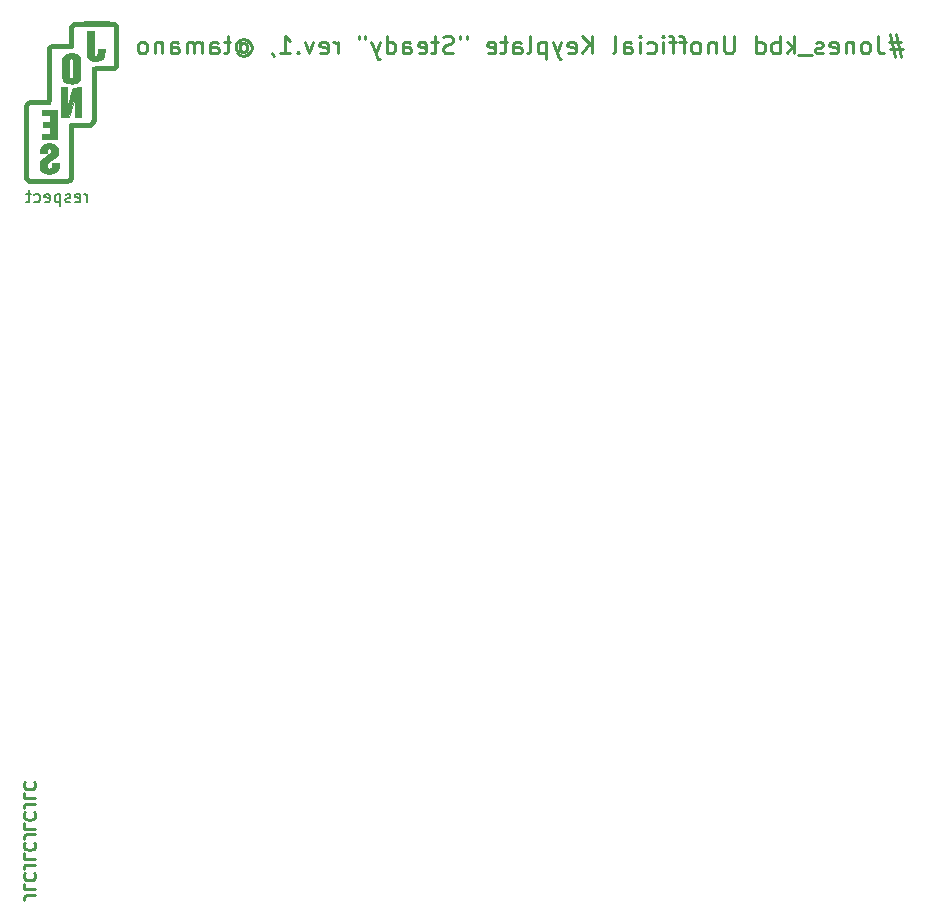
<source format=gbo>
%TF.GenerationSoftware,KiCad,Pcbnew,(6.0.2-0)*%
%TF.CreationDate,2022-08-05T01:26:09+09:00*%
%TF.ProjectId,keyplate,6b657970-6c61-4746-952e-6b696361645f,rev?*%
%TF.SameCoordinates,Original*%
%TF.FileFunction,Legend,Bot*%
%TF.FilePolarity,Positive*%
%FSLAX46Y46*%
G04 Gerber Fmt 4.6, Leading zero omitted, Abs format (unit mm)*
G04 Created by KiCad (PCBNEW (6.0.2-0)) date 2022-08-05 01:26:09*
%MOMM*%
%LPD*%
G01*
G04 APERTURE LIST*
%ADD10C,0.250000*%
%ADD11C,0.150000*%
%ADD12C,0.010000*%
G04 APERTURE END LIST*
D10*
X17684101Y-107489047D02*
X16969815Y-107489047D01*
X16826958Y-107536666D01*
X16731720Y-107631904D01*
X16684101Y-107774761D01*
X16684101Y-107870000D01*
X16684101Y-106536666D02*
X16684101Y-107012857D01*
X17684101Y-107012857D01*
X16779339Y-105631904D02*
X16731720Y-105679523D01*
X16684101Y-105822380D01*
X16684101Y-105917619D01*
X16731720Y-106060476D01*
X16826958Y-106155714D01*
X16922196Y-106203333D01*
X17112672Y-106250952D01*
X17255529Y-106250952D01*
X17446005Y-106203333D01*
X17541243Y-106155714D01*
X17636482Y-106060476D01*
X17684101Y-105917619D01*
X17684101Y-105822380D01*
X17636482Y-105679523D01*
X17588862Y-105631904D01*
X17684101Y-104917619D02*
X16969815Y-104917619D01*
X16826958Y-104965238D01*
X16731720Y-105060476D01*
X16684101Y-105203333D01*
X16684101Y-105298571D01*
X16684101Y-103965238D02*
X16684101Y-104441428D01*
X17684101Y-104441428D01*
X16779339Y-103060476D02*
X16731720Y-103108095D01*
X16684101Y-103250952D01*
X16684101Y-103346190D01*
X16731720Y-103489047D01*
X16826958Y-103584285D01*
X16922196Y-103631904D01*
X17112672Y-103679523D01*
X17255529Y-103679523D01*
X17446005Y-103631904D01*
X17541243Y-103584285D01*
X17636482Y-103489047D01*
X17684101Y-103346190D01*
X17684101Y-103250952D01*
X17636482Y-103108095D01*
X17588862Y-103060476D01*
X17684101Y-102346190D02*
X16969815Y-102346190D01*
X16826958Y-102393809D01*
X16731720Y-102489047D01*
X16684101Y-102631904D01*
X16684101Y-102727142D01*
X16684101Y-101393809D02*
X16684101Y-101870000D01*
X17684101Y-101870000D01*
X16779339Y-100489047D02*
X16731720Y-100536666D01*
X16684101Y-100679523D01*
X16684101Y-100774761D01*
X16731720Y-100917619D01*
X16826958Y-101012857D01*
X16922196Y-101060476D01*
X17112672Y-101108095D01*
X17255529Y-101108095D01*
X17446005Y-101060476D01*
X17541243Y-101012857D01*
X17636482Y-100917619D01*
X17684101Y-100774761D01*
X17684101Y-100679523D01*
X17636482Y-100536666D01*
X17588862Y-100489047D01*
X17684101Y-99774761D02*
X16969815Y-99774761D01*
X16826958Y-99822380D01*
X16731720Y-99917619D01*
X16684101Y-100060476D01*
X16684101Y-100155714D01*
X16684101Y-98822380D02*
X16684101Y-99298571D01*
X17684101Y-99298571D01*
X16779339Y-97917619D02*
X16731720Y-97965238D01*
X16684101Y-98108095D01*
X16684101Y-98203333D01*
X16731720Y-98346190D01*
X16826958Y-98441428D01*
X16922196Y-98489047D01*
X17112672Y-98536666D01*
X17255529Y-98536666D01*
X17446005Y-98489047D01*
X17541243Y-98441428D01*
X17636482Y-98346190D01*
X17684101Y-98203333D01*
X17684101Y-98108095D01*
X17636482Y-97965238D01*
X17588862Y-97917619D01*
X90991785Y-35238571D02*
X89920357Y-35238571D01*
X90563214Y-34595714D02*
X90991785Y-36524285D01*
X90063214Y-35881428D02*
X91134642Y-35881428D01*
X90491785Y-36524285D02*
X90063214Y-34595714D01*
X88991785Y-34738571D02*
X88991785Y-35810000D01*
X89063214Y-36024285D01*
X89206071Y-36167142D01*
X89420357Y-36238571D01*
X89563214Y-36238571D01*
X88063214Y-36238571D02*
X88206071Y-36167142D01*
X88277500Y-36095714D01*
X88348928Y-35952857D01*
X88348928Y-35524285D01*
X88277500Y-35381428D01*
X88206071Y-35310000D01*
X88063214Y-35238571D01*
X87848928Y-35238571D01*
X87706071Y-35310000D01*
X87634642Y-35381428D01*
X87563214Y-35524285D01*
X87563214Y-35952857D01*
X87634642Y-36095714D01*
X87706071Y-36167142D01*
X87848928Y-36238571D01*
X88063214Y-36238571D01*
X86920357Y-35238571D02*
X86920357Y-36238571D01*
X86920357Y-35381428D02*
X86848928Y-35310000D01*
X86706071Y-35238571D01*
X86491785Y-35238571D01*
X86348928Y-35310000D01*
X86277500Y-35452857D01*
X86277500Y-36238571D01*
X84991785Y-36167142D02*
X85134642Y-36238571D01*
X85420357Y-36238571D01*
X85563214Y-36167142D01*
X85634642Y-36024285D01*
X85634642Y-35452857D01*
X85563214Y-35310000D01*
X85420357Y-35238571D01*
X85134642Y-35238571D01*
X84991785Y-35310000D01*
X84920357Y-35452857D01*
X84920357Y-35595714D01*
X85634642Y-35738571D01*
X84348928Y-36167142D02*
X84206071Y-36238571D01*
X83920357Y-36238571D01*
X83777500Y-36167142D01*
X83706071Y-36024285D01*
X83706071Y-35952857D01*
X83777500Y-35810000D01*
X83920357Y-35738571D01*
X84134642Y-35738571D01*
X84277500Y-35667142D01*
X84348928Y-35524285D01*
X84348928Y-35452857D01*
X84277500Y-35310000D01*
X84134642Y-35238571D01*
X83920357Y-35238571D01*
X83777500Y-35310000D01*
X83420357Y-36381428D02*
X82277500Y-36381428D01*
X81920357Y-36238571D02*
X81920357Y-34738571D01*
X81777500Y-35667142D02*
X81348928Y-36238571D01*
X81348928Y-35238571D02*
X81920357Y-35810000D01*
X80706071Y-36238571D02*
X80706071Y-34738571D01*
X80706071Y-35310000D02*
X80563214Y-35238571D01*
X80277500Y-35238571D01*
X80134642Y-35310000D01*
X80063214Y-35381428D01*
X79991785Y-35524285D01*
X79991785Y-35952857D01*
X80063214Y-36095714D01*
X80134642Y-36167142D01*
X80277500Y-36238571D01*
X80563214Y-36238571D01*
X80706071Y-36167142D01*
X78706071Y-36238571D02*
X78706071Y-34738571D01*
X78706071Y-36167142D02*
X78848928Y-36238571D01*
X79134642Y-36238571D01*
X79277500Y-36167142D01*
X79348928Y-36095714D01*
X79420357Y-35952857D01*
X79420357Y-35524285D01*
X79348928Y-35381428D01*
X79277500Y-35310000D01*
X79134642Y-35238571D01*
X78848928Y-35238571D01*
X78706071Y-35310000D01*
X76848928Y-34738571D02*
X76848928Y-35952857D01*
X76777500Y-36095714D01*
X76706071Y-36167142D01*
X76563214Y-36238571D01*
X76277500Y-36238571D01*
X76134642Y-36167142D01*
X76063214Y-36095714D01*
X75991785Y-35952857D01*
X75991785Y-34738571D01*
X75277500Y-35238571D02*
X75277500Y-36238571D01*
X75277500Y-35381428D02*
X75206071Y-35310000D01*
X75063214Y-35238571D01*
X74848928Y-35238571D01*
X74706071Y-35310000D01*
X74634642Y-35452857D01*
X74634642Y-36238571D01*
X73706071Y-36238571D02*
X73848928Y-36167142D01*
X73920357Y-36095714D01*
X73991785Y-35952857D01*
X73991785Y-35524285D01*
X73920357Y-35381428D01*
X73848928Y-35310000D01*
X73706071Y-35238571D01*
X73491785Y-35238571D01*
X73348928Y-35310000D01*
X73277500Y-35381428D01*
X73206071Y-35524285D01*
X73206071Y-35952857D01*
X73277500Y-36095714D01*
X73348928Y-36167142D01*
X73491785Y-36238571D01*
X73706071Y-36238571D01*
X72777500Y-35238571D02*
X72206071Y-35238571D01*
X72563214Y-36238571D02*
X72563214Y-34952857D01*
X72491785Y-34810000D01*
X72348928Y-34738571D01*
X72206071Y-34738571D01*
X71920357Y-35238571D02*
X71348928Y-35238571D01*
X71706071Y-36238571D02*
X71706071Y-34952857D01*
X71634642Y-34810000D01*
X71491785Y-34738571D01*
X71348928Y-34738571D01*
X70848928Y-36238571D02*
X70848928Y-35238571D01*
X70848928Y-34738571D02*
X70920357Y-34810000D01*
X70848928Y-34881428D01*
X70777500Y-34810000D01*
X70848928Y-34738571D01*
X70848928Y-34881428D01*
X69491785Y-36167142D02*
X69634642Y-36238571D01*
X69920357Y-36238571D01*
X70063214Y-36167142D01*
X70134642Y-36095714D01*
X70206071Y-35952857D01*
X70206071Y-35524285D01*
X70134642Y-35381428D01*
X70063214Y-35310000D01*
X69920357Y-35238571D01*
X69634642Y-35238571D01*
X69491785Y-35310000D01*
X68848928Y-36238571D02*
X68848928Y-35238571D01*
X68848928Y-34738571D02*
X68920357Y-34810000D01*
X68848928Y-34881428D01*
X68777500Y-34810000D01*
X68848928Y-34738571D01*
X68848928Y-34881428D01*
X67491785Y-36238571D02*
X67491785Y-35452857D01*
X67563214Y-35310000D01*
X67706071Y-35238571D01*
X67991785Y-35238571D01*
X68134642Y-35310000D01*
X67491785Y-36167142D02*
X67634642Y-36238571D01*
X67991785Y-36238571D01*
X68134642Y-36167142D01*
X68206071Y-36024285D01*
X68206071Y-35881428D01*
X68134642Y-35738571D01*
X67991785Y-35667142D01*
X67634642Y-35667142D01*
X67491785Y-35595714D01*
X66563214Y-36238571D02*
X66706071Y-36167142D01*
X66777499Y-36024285D01*
X66777499Y-34738571D01*
X64848928Y-36238571D02*
X64848928Y-34738571D01*
X63991785Y-36238571D02*
X64634642Y-35381428D01*
X63991785Y-34738571D02*
X64848928Y-35595714D01*
X62777499Y-36167142D02*
X62920357Y-36238571D01*
X63206071Y-36238571D01*
X63348928Y-36167142D01*
X63420357Y-36024285D01*
X63420357Y-35452857D01*
X63348928Y-35310000D01*
X63206071Y-35238571D01*
X62920357Y-35238571D01*
X62777499Y-35310000D01*
X62706071Y-35452857D01*
X62706071Y-35595714D01*
X63420357Y-35738571D01*
X62206071Y-35238571D02*
X61848928Y-36238571D01*
X61491785Y-35238571D02*
X61848928Y-36238571D01*
X61991785Y-36595714D01*
X62063214Y-36667142D01*
X62206071Y-36738571D01*
X60920357Y-35238571D02*
X60920357Y-36738571D01*
X60920357Y-35310000D02*
X60777499Y-35238571D01*
X60491785Y-35238571D01*
X60348928Y-35310000D01*
X60277499Y-35381428D01*
X60206071Y-35524285D01*
X60206071Y-35952857D01*
X60277499Y-36095714D01*
X60348928Y-36167142D01*
X60491785Y-36238571D01*
X60777499Y-36238571D01*
X60920357Y-36167142D01*
X59348928Y-36238571D02*
X59491785Y-36167142D01*
X59563214Y-36024285D01*
X59563214Y-34738571D01*
X58134642Y-36238571D02*
X58134642Y-35452857D01*
X58206071Y-35310000D01*
X58348928Y-35238571D01*
X58634642Y-35238571D01*
X58777499Y-35310000D01*
X58134642Y-36167142D02*
X58277499Y-36238571D01*
X58634642Y-36238571D01*
X58777499Y-36167142D01*
X58848928Y-36024285D01*
X58848928Y-35881428D01*
X58777499Y-35738571D01*
X58634642Y-35667142D01*
X58277499Y-35667142D01*
X58134642Y-35595714D01*
X57634642Y-35238571D02*
X57063214Y-35238571D01*
X57420357Y-34738571D02*
X57420357Y-36024285D01*
X57348928Y-36167142D01*
X57206071Y-36238571D01*
X57063214Y-36238571D01*
X55991785Y-36167142D02*
X56134642Y-36238571D01*
X56420357Y-36238571D01*
X56563214Y-36167142D01*
X56634642Y-36024285D01*
X56634642Y-35452857D01*
X56563214Y-35310000D01*
X56420357Y-35238571D01*
X56134642Y-35238571D01*
X55991785Y-35310000D01*
X55920357Y-35452857D01*
X55920357Y-35595714D01*
X56634642Y-35738571D01*
X54206071Y-34738571D02*
X54206071Y-35024285D01*
X53634642Y-34738571D02*
X53634642Y-35024285D01*
X53063214Y-36167142D02*
X52848928Y-36238571D01*
X52491785Y-36238571D01*
X52348928Y-36167142D01*
X52277499Y-36095714D01*
X52206071Y-35952857D01*
X52206071Y-35810000D01*
X52277499Y-35667142D01*
X52348928Y-35595714D01*
X52491785Y-35524285D01*
X52777499Y-35452857D01*
X52920357Y-35381428D01*
X52991785Y-35310000D01*
X53063214Y-35167142D01*
X53063214Y-35024285D01*
X52991785Y-34881428D01*
X52920357Y-34810000D01*
X52777499Y-34738571D01*
X52420357Y-34738571D01*
X52206071Y-34810000D01*
X51777499Y-35238571D02*
X51206071Y-35238571D01*
X51563214Y-34738571D02*
X51563214Y-36024285D01*
X51491785Y-36167142D01*
X51348928Y-36238571D01*
X51206071Y-36238571D01*
X50134642Y-36167142D02*
X50277499Y-36238571D01*
X50563214Y-36238571D01*
X50706071Y-36167142D01*
X50777499Y-36024285D01*
X50777499Y-35452857D01*
X50706071Y-35310000D01*
X50563214Y-35238571D01*
X50277499Y-35238571D01*
X50134642Y-35310000D01*
X50063214Y-35452857D01*
X50063214Y-35595714D01*
X50777499Y-35738571D01*
X48777499Y-36238571D02*
X48777499Y-35452857D01*
X48848928Y-35310000D01*
X48991785Y-35238571D01*
X49277499Y-35238571D01*
X49420357Y-35310000D01*
X48777499Y-36167142D02*
X48920357Y-36238571D01*
X49277499Y-36238571D01*
X49420357Y-36167142D01*
X49491785Y-36024285D01*
X49491785Y-35881428D01*
X49420357Y-35738571D01*
X49277499Y-35667142D01*
X48920357Y-35667142D01*
X48777499Y-35595714D01*
X47420357Y-36238571D02*
X47420357Y-34738571D01*
X47420357Y-36167142D02*
X47563214Y-36238571D01*
X47848928Y-36238571D01*
X47991785Y-36167142D01*
X48063214Y-36095714D01*
X48134642Y-35952857D01*
X48134642Y-35524285D01*
X48063214Y-35381428D01*
X47991785Y-35310000D01*
X47848928Y-35238571D01*
X47563214Y-35238571D01*
X47420357Y-35310000D01*
X46848928Y-35238571D02*
X46491785Y-36238571D01*
X46134642Y-35238571D02*
X46491785Y-36238571D01*
X46634642Y-36595714D01*
X46706071Y-36667142D01*
X46848928Y-36738571D01*
X45634642Y-34738571D02*
X45634642Y-35024285D01*
X45063214Y-34738571D02*
X45063214Y-35024285D01*
X43277499Y-36238571D02*
X43277499Y-35238571D01*
X43277499Y-35524285D02*
X43206071Y-35381428D01*
X43134642Y-35310000D01*
X42991785Y-35238571D01*
X42848928Y-35238571D01*
X41777499Y-36167142D02*
X41920357Y-36238571D01*
X42206071Y-36238571D01*
X42348928Y-36167142D01*
X42420357Y-36024285D01*
X42420357Y-35452857D01*
X42348928Y-35310000D01*
X42206071Y-35238571D01*
X41920357Y-35238571D01*
X41777499Y-35310000D01*
X41706071Y-35452857D01*
X41706071Y-35595714D01*
X42420357Y-35738571D01*
X41206071Y-35238571D02*
X40848928Y-36238571D01*
X40491785Y-35238571D01*
X39920357Y-36095714D02*
X39848928Y-36167142D01*
X39920357Y-36238571D01*
X39991785Y-36167142D01*
X39920357Y-36095714D01*
X39920357Y-36238571D01*
X38420357Y-36238571D02*
X39277499Y-36238571D01*
X38848928Y-36238571D02*
X38848928Y-34738571D01*
X38991785Y-34952857D01*
X39134642Y-35095714D01*
X39277499Y-35167142D01*
X37706071Y-36167142D02*
X37706071Y-36238571D01*
X37777499Y-36381428D01*
X37848928Y-36452857D01*
X34991785Y-35524285D02*
X35063214Y-35452857D01*
X35206071Y-35381428D01*
X35348928Y-35381428D01*
X35491785Y-35452857D01*
X35563214Y-35524285D01*
X35634642Y-35667142D01*
X35634642Y-35810000D01*
X35563214Y-35952857D01*
X35491785Y-36024285D01*
X35348928Y-36095714D01*
X35206071Y-36095714D01*
X35063214Y-36024285D01*
X34991785Y-35952857D01*
X34991785Y-35381428D02*
X34991785Y-35952857D01*
X34920357Y-36024285D01*
X34848928Y-36024285D01*
X34706071Y-35952857D01*
X34634642Y-35810000D01*
X34634642Y-35452857D01*
X34777499Y-35238571D01*
X34991785Y-35095714D01*
X35277499Y-35024285D01*
X35563214Y-35095714D01*
X35777499Y-35238571D01*
X35920357Y-35452857D01*
X35991785Y-35738571D01*
X35920357Y-36024285D01*
X35777499Y-36238571D01*
X35563214Y-36381428D01*
X35277499Y-36452857D01*
X34991785Y-36381428D01*
X34777499Y-36238571D01*
X34206071Y-35238571D02*
X33634642Y-35238571D01*
X33991785Y-34738571D02*
X33991785Y-36024285D01*
X33920357Y-36167142D01*
X33777499Y-36238571D01*
X33634642Y-36238571D01*
X32491785Y-36238571D02*
X32491785Y-35452857D01*
X32563214Y-35310000D01*
X32706071Y-35238571D01*
X32991785Y-35238571D01*
X33134642Y-35310000D01*
X32491785Y-36167142D02*
X32634642Y-36238571D01*
X32991785Y-36238571D01*
X33134642Y-36167142D01*
X33206071Y-36024285D01*
X33206071Y-35881428D01*
X33134642Y-35738571D01*
X32991785Y-35667142D01*
X32634642Y-35667142D01*
X32491785Y-35595714D01*
X31777499Y-36238571D02*
X31777499Y-35238571D01*
X31777499Y-35381428D02*
X31706071Y-35310000D01*
X31563214Y-35238571D01*
X31348928Y-35238571D01*
X31206071Y-35310000D01*
X31134642Y-35452857D01*
X31134642Y-36238571D01*
X31134642Y-35452857D02*
X31063214Y-35310000D01*
X30920357Y-35238571D01*
X30706071Y-35238571D01*
X30563214Y-35310000D01*
X30491785Y-35452857D01*
X30491785Y-36238571D01*
X29134642Y-36238571D02*
X29134642Y-35452857D01*
X29206071Y-35310000D01*
X29348928Y-35238571D01*
X29634642Y-35238571D01*
X29777499Y-35310000D01*
X29134642Y-36167142D02*
X29277499Y-36238571D01*
X29634642Y-36238571D01*
X29777499Y-36167142D01*
X29848928Y-36024285D01*
X29848928Y-35881428D01*
X29777499Y-35738571D01*
X29634642Y-35667142D01*
X29277499Y-35667142D01*
X29134642Y-35595714D01*
X28420357Y-35238571D02*
X28420357Y-36238571D01*
X28420357Y-35381428D02*
X28348928Y-35310000D01*
X28206071Y-35238571D01*
X27991785Y-35238571D01*
X27848928Y-35310000D01*
X27777499Y-35452857D01*
X27777499Y-36238571D01*
X26848928Y-36238571D02*
X26991785Y-36167142D01*
X27063214Y-36095714D01*
X27134642Y-35952857D01*
X27134642Y-35524285D01*
X27063214Y-35381428D01*
X26991785Y-35310000D01*
X26848928Y-35238571D01*
X26634642Y-35238571D01*
X26491785Y-35310000D01*
X26420357Y-35381428D01*
X26348928Y-35524285D01*
X26348928Y-35952857D01*
X26420357Y-36095714D01*
X26491785Y-36167142D01*
X26634642Y-36238571D01*
X26848928Y-36238571D01*
D11*
X22068798Y-48821689D02*
X22068798Y-48155023D01*
X22068798Y-48345499D02*
X22021178Y-48250261D01*
X21973559Y-48202642D01*
X21878321Y-48155023D01*
X21783083Y-48155023D01*
X21068798Y-48774070D02*
X21164036Y-48821689D01*
X21354512Y-48821689D01*
X21449750Y-48774070D01*
X21497369Y-48678832D01*
X21497369Y-48297880D01*
X21449750Y-48202642D01*
X21354512Y-48155023D01*
X21164036Y-48155023D01*
X21068798Y-48202642D01*
X21021178Y-48297880D01*
X21021178Y-48393118D01*
X21497369Y-48488356D01*
X20640226Y-48774070D02*
X20544988Y-48821689D01*
X20354512Y-48821689D01*
X20259274Y-48774070D01*
X20211655Y-48678832D01*
X20211655Y-48631213D01*
X20259274Y-48535975D01*
X20354512Y-48488356D01*
X20497369Y-48488356D01*
X20592607Y-48440737D01*
X20640226Y-48345499D01*
X20640226Y-48297880D01*
X20592607Y-48202642D01*
X20497369Y-48155023D01*
X20354512Y-48155023D01*
X20259274Y-48202642D01*
X19783083Y-48155023D02*
X19783083Y-49155023D01*
X19783083Y-48202642D02*
X19687845Y-48155023D01*
X19497369Y-48155023D01*
X19402131Y-48202642D01*
X19354512Y-48250261D01*
X19306893Y-48345499D01*
X19306893Y-48631213D01*
X19354512Y-48726451D01*
X19402131Y-48774070D01*
X19497369Y-48821689D01*
X19687845Y-48821689D01*
X19783083Y-48774070D01*
X18497369Y-48774070D02*
X18592607Y-48821689D01*
X18783083Y-48821689D01*
X18878321Y-48774070D01*
X18925940Y-48678832D01*
X18925940Y-48297880D01*
X18878321Y-48202642D01*
X18783083Y-48155023D01*
X18592607Y-48155023D01*
X18497369Y-48202642D01*
X18449750Y-48297880D01*
X18449750Y-48393118D01*
X18925940Y-48488356D01*
X17592607Y-48774070D02*
X17687845Y-48821689D01*
X17878321Y-48821689D01*
X17973559Y-48774070D01*
X18021178Y-48726451D01*
X18068798Y-48631213D01*
X18068798Y-48345499D01*
X18021178Y-48250261D01*
X17973559Y-48202642D01*
X17878321Y-48155023D01*
X17687845Y-48155023D01*
X17592607Y-48202642D01*
X17306893Y-48155023D02*
X16925940Y-48155023D01*
X17164036Y-47821689D02*
X17164036Y-48678832D01*
X17116417Y-48774070D01*
X17021178Y-48821689D01*
X16925940Y-48821689D01*
D12*
%TO.C,G\u002A\u002A\u002A*%
X23105858Y-33527184D02*
X22865082Y-33527521D01*
X22865082Y-33527521D02*
X22597176Y-33528126D01*
X22597176Y-33528126D02*
X22565635Y-33528210D01*
X22565635Y-33528210D02*
X20978135Y-33532478D01*
X20978135Y-33532478D02*
X20885745Y-33576260D01*
X20885745Y-33576260D02*
X20781924Y-33635865D01*
X20781924Y-33635865D02*
X20699475Y-33707656D01*
X20699475Y-33707656D02*
X20638463Y-33787145D01*
X20638463Y-33787145D02*
X20619045Y-33817961D01*
X20619045Y-33817961D02*
X20602617Y-33846522D01*
X20602617Y-33846522D02*
X20588928Y-33875398D01*
X20588928Y-33875398D02*
X20577729Y-33907161D01*
X20577729Y-33907161D02*
X20568770Y-33944380D01*
X20568770Y-33944380D02*
X20561801Y-33989626D01*
X20561801Y-33989626D02*
X20556572Y-34045470D01*
X20556572Y-34045470D02*
X20552833Y-34114483D01*
X20552833Y-34114483D02*
X20550335Y-34199235D01*
X20550335Y-34199235D02*
X20548827Y-34302297D01*
X20548827Y-34302297D02*
X20548059Y-34426240D01*
X20548059Y-34426240D02*
X20547783Y-34573634D01*
X20547783Y-34573634D02*
X20547747Y-34720372D01*
X20547747Y-34720372D02*
X20547747Y-35430422D01*
X20547747Y-35430422D02*
X19852211Y-35430422D01*
X19852211Y-35430422D02*
X19687255Y-35430556D01*
X19687255Y-35430556D02*
X19548066Y-35431000D01*
X19548066Y-35431000D02*
X19432190Y-35431822D01*
X19432190Y-35431822D02*
X19337174Y-35433089D01*
X19337174Y-35433089D02*
X19260563Y-35434867D01*
X19260563Y-35434867D02*
X19199904Y-35437223D01*
X19199904Y-35437223D02*
X19152742Y-35440223D01*
X19152742Y-35440223D02*
X19116625Y-35443934D01*
X19116625Y-35443934D02*
X19089097Y-35448424D01*
X19089097Y-35448424D02*
X19075670Y-35451522D01*
X19075670Y-35451522D02*
X18956487Y-35493666D01*
X18956487Y-35493666D02*
X18857526Y-35553722D01*
X18857526Y-35553722D02*
X18775483Y-35634013D01*
X18775483Y-35634013D02*
X18733463Y-35692145D01*
X18733463Y-35692145D02*
X18721509Y-35710214D01*
X18721509Y-35710214D02*
X18710650Y-35726216D01*
X18710650Y-35726216D02*
X18700834Y-35741517D01*
X18700834Y-35741517D02*
X18692008Y-35757483D01*
X18692008Y-35757483D02*
X18684119Y-35775481D01*
X18684119Y-35775481D02*
X18677116Y-35796876D01*
X18677116Y-35796876D02*
X18670946Y-35823033D01*
X18670946Y-35823033D02*
X18665556Y-35855320D01*
X18665556Y-35855320D02*
X18660894Y-35895101D01*
X18660894Y-35895101D02*
X18656908Y-35943743D01*
X18656908Y-35943743D02*
X18653546Y-36002611D01*
X18653546Y-36002611D02*
X18650754Y-36073072D01*
X18650754Y-36073072D02*
X18648481Y-36156491D01*
X18648481Y-36156491D02*
X18646674Y-36254234D01*
X18646674Y-36254234D02*
X18645281Y-36367667D01*
X18645281Y-36367667D02*
X18644250Y-36498156D01*
X18644250Y-36498156D02*
X18643527Y-36647067D01*
X18643527Y-36647067D02*
X18643061Y-36815765D01*
X18643061Y-36815765D02*
X18642799Y-37005617D01*
X18642799Y-37005617D02*
X18642689Y-37217988D01*
X18642689Y-37217988D02*
X18642678Y-37454245D01*
X18642678Y-37454245D02*
X18642715Y-37715753D01*
X18642715Y-37715753D02*
X18642746Y-38003878D01*
X18642746Y-38003878D02*
X18642747Y-38057171D01*
X18642747Y-38057171D02*
X18642747Y-40199019D01*
X18642747Y-40199019D02*
X17905441Y-40203026D01*
X17905441Y-40203026D02*
X17742438Y-40203931D01*
X17742438Y-40203931D02*
X17605152Y-40204798D01*
X17605152Y-40204798D02*
X17491079Y-40205741D01*
X17491079Y-40205741D02*
X17397713Y-40206873D01*
X17397713Y-40206873D02*
X17322550Y-40208307D01*
X17322550Y-40208307D02*
X17263085Y-40210156D01*
X17263085Y-40210156D02*
X17216813Y-40212533D01*
X17216813Y-40212533D02*
X17181229Y-40215552D01*
X17181229Y-40215552D02*
X17153830Y-40219324D01*
X17153830Y-40219324D02*
X17132109Y-40223964D01*
X17132109Y-40223964D02*
X17113562Y-40229584D01*
X17113562Y-40229584D02*
X17095685Y-40236297D01*
X17095685Y-40236297D02*
X17086509Y-40239980D01*
X17086509Y-40239980D02*
X16998169Y-40288286D01*
X16998169Y-40288286D02*
X16913826Y-40357572D01*
X16913826Y-40357572D02*
X16840857Y-40440799D01*
X16840857Y-40440799D02*
X16790913Y-40521996D01*
X16790913Y-40521996D02*
X16744802Y-40615658D01*
X16744802Y-40615658D02*
X16741147Y-43670492D01*
X16741147Y-43670492D02*
X16740745Y-44018903D01*
X16740745Y-44018903D02*
X16740408Y-44340209D01*
X16740408Y-44340209D02*
X16740144Y-44635526D01*
X16740144Y-44635526D02*
X16739959Y-44905972D01*
X16739959Y-44905972D02*
X16739860Y-45152662D01*
X16739860Y-45152662D02*
X16739854Y-45376713D01*
X16739854Y-45376713D02*
X16739947Y-45579243D01*
X16739947Y-45579243D02*
X16740146Y-45761369D01*
X16740146Y-45761369D02*
X16740458Y-45924206D01*
X16740458Y-45924206D02*
X16740890Y-46068871D01*
X16740890Y-46068871D02*
X16741447Y-46196482D01*
X16741447Y-46196482D02*
X16742137Y-46308156D01*
X16742137Y-46308156D02*
X16742967Y-46405008D01*
X16742967Y-46405008D02*
X16743942Y-46488155D01*
X16743942Y-46488155D02*
X16745071Y-46558715D01*
X16745071Y-46558715D02*
X16746358Y-46617805D01*
X16746358Y-46617805D02*
X16747812Y-46666540D01*
X16747812Y-46666540D02*
X16749439Y-46706037D01*
X16749439Y-46706037D02*
X16751245Y-46737414D01*
X16751245Y-46737414D02*
X16753238Y-46761788D01*
X16753238Y-46761788D02*
X16755423Y-46780274D01*
X16755423Y-46780274D02*
X16757807Y-46793990D01*
X16757807Y-46793990D02*
X16759870Y-46802302D01*
X16759870Y-46802302D02*
X16806631Y-46914000D01*
X16806631Y-46914000D02*
X16876851Y-47013653D01*
X16876851Y-47013653D02*
X16966980Y-47097400D01*
X16966980Y-47097400D02*
X17073467Y-47161379D01*
X17073467Y-47161379D02*
X17101078Y-47173370D01*
X17101078Y-47173370D02*
X17182247Y-47206145D01*
X17182247Y-47206145D02*
X18769747Y-47208695D01*
X18769747Y-47208695D02*
X19032677Y-47209042D01*
X19032677Y-47209042D02*
X19268616Y-47209184D01*
X19268616Y-47209184D02*
X19478795Y-47209111D01*
X19478795Y-47209111D02*
X19664443Y-47208812D01*
X19664443Y-47208812D02*
X19826791Y-47208276D01*
X19826791Y-47208276D02*
X19967069Y-47207494D01*
X19967069Y-47207494D02*
X20086508Y-47206452D01*
X20086508Y-47206452D02*
X20186339Y-47205142D01*
X20186339Y-47205142D02*
X20267790Y-47203553D01*
X20267790Y-47203553D02*
X20332094Y-47201672D01*
X20332094Y-47201672D02*
X20380480Y-47199490D01*
X20380480Y-47199490D02*
X20414179Y-47196996D01*
X20414179Y-47196996D02*
X20434420Y-47194179D01*
X20434420Y-47194179D02*
X20434858Y-47194084D01*
X20434858Y-47194084D02*
X20552775Y-47154407D01*
X20552775Y-47154407D02*
X20657251Y-47092090D01*
X20657251Y-47092090D02*
X20745288Y-47010182D01*
X20745288Y-47010182D02*
X20813889Y-46911733D01*
X20813889Y-46911733D02*
X20860058Y-46799794D01*
X20860058Y-46799794D02*
X20872105Y-46749135D01*
X20872105Y-46749135D02*
X20874266Y-46723170D01*
X20874266Y-46723170D02*
X20876258Y-46669375D01*
X20876258Y-46669375D02*
X20878081Y-46588140D01*
X20878081Y-46588140D02*
X20879731Y-46479858D01*
X20879731Y-46479858D02*
X20881205Y-46344919D01*
X20881205Y-46344919D02*
X20882501Y-46183714D01*
X20882501Y-46183714D02*
X20883617Y-45996635D01*
X20883617Y-45996635D02*
X20884550Y-45784074D01*
X20884550Y-45784074D02*
X20885297Y-45546421D01*
X20885297Y-45546421D02*
X20885855Y-45284067D01*
X20885855Y-45284067D02*
X20886223Y-44997404D01*
X20886223Y-44997404D02*
X20886398Y-44686824D01*
X20886398Y-44686824D02*
X20886413Y-44558385D01*
X20886413Y-44558385D02*
X20886413Y-42443645D01*
X20886413Y-42443645D02*
X21588441Y-42443477D01*
X21588441Y-42443477D02*
X21759312Y-42443259D01*
X21759312Y-42443259D02*
X21904084Y-42442659D01*
X21904084Y-42442659D02*
X22024876Y-42441625D01*
X22024876Y-42441625D02*
X22123810Y-42440104D01*
X22123810Y-42440104D02*
X22203006Y-42438044D01*
X22203006Y-42438044D02*
X22264584Y-42435392D01*
X22264584Y-42435392D02*
X22310665Y-42432098D01*
X22310665Y-42432098D02*
X22343371Y-42428108D01*
X22343371Y-42428108D02*
X22361024Y-42424463D01*
X22361024Y-42424463D02*
X22479469Y-42379176D01*
X22479469Y-42379176D02*
X22582482Y-42312049D01*
X22582482Y-42312049D02*
X22667465Y-42225773D01*
X22667465Y-42225773D02*
X22731822Y-42123038D01*
X22731822Y-42123038D02*
X22772957Y-42006534D01*
X22772957Y-42006534D02*
X22775547Y-41994922D01*
X22775547Y-41994922D02*
X22777912Y-41974091D01*
X22777912Y-41974091D02*
X22780066Y-41934408D01*
X22780066Y-41934408D02*
X22782014Y-41875139D01*
X22782014Y-41875139D02*
X22783763Y-41795550D01*
X22783763Y-41795550D02*
X22785316Y-41694907D01*
X22785316Y-41694907D02*
X22786681Y-41572478D01*
X22786681Y-41572478D02*
X22787861Y-41427527D01*
X22787861Y-41427527D02*
X22788862Y-41259323D01*
X22788862Y-41259323D02*
X22789690Y-41067130D01*
X22789690Y-41067130D02*
X22790349Y-40850216D01*
X22790349Y-40850216D02*
X22790845Y-40607847D01*
X22790845Y-40607847D02*
X22791184Y-40339289D01*
X22791184Y-40339289D02*
X22791370Y-40043808D01*
X22791370Y-40043808D02*
X22791413Y-39797117D01*
X22791413Y-39797117D02*
X22791413Y-37674089D01*
X22791413Y-37674089D02*
X23507552Y-37673936D01*
X23507552Y-37673936D02*
X23676282Y-37673843D01*
X23676282Y-37673843D02*
X23819344Y-37673499D01*
X23819344Y-37673499D02*
X23939293Y-37672690D01*
X23939293Y-37672690D02*
X24038682Y-37671202D01*
X24038682Y-37671202D02*
X24120065Y-37668822D01*
X24120065Y-37668822D02*
X24185998Y-37665336D01*
X24185998Y-37665336D02*
X24239033Y-37660530D01*
X24239033Y-37660530D02*
X24281726Y-37654190D01*
X24281726Y-37654190D02*
X24316631Y-37646103D01*
X24316631Y-37646103D02*
X24346301Y-37636055D01*
X24346301Y-37636055D02*
X24373292Y-37623832D01*
X24373292Y-37623832D02*
X24400157Y-37609221D01*
X24400157Y-37609221D02*
X24420055Y-37597576D01*
X24420055Y-37597576D02*
X24508609Y-37530070D01*
X24508609Y-37530070D02*
X24584996Y-37442347D01*
X24584996Y-37442347D02*
X24644163Y-37341501D01*
X24644163Y-37341501D02*
X24681058Y-37234624D01*
X24681058Y-37234624D02*
X24682156Y-37229589D01*
X24682156Y-37229589D02*
X24684800Y-37203867D01*
X24684800Y-37203867D02*
X24687108Y-37153016D01*
X24687108Y-37153016D02*
X24689083Y-37076721D01*
X24689083Y-37076721D02*
X24690727Y-36974671D01*
X24690727Y-36974671D02*
X24692041Y-36846550D01*
X24692041Y-36846550D02*
X24693028Y-36692044D01*
X24693028Y-36692044D02*
X24693533Y-36553784D01*
X24693533Y-36553784D02*
X24356017Y-36553784D01*
X24356017Y-36553784D02*
X24355853Y-36681114D01*
X24355853Y-36681114D02*
X24355470Y-36789826D01*
X24355470Y-36789826D02*
X24354844Y-36881522D01*
X24354844Y-36881522D02*
X24353951Y-36957801D01*
X24353951Y-36957801D02*
X24352766Y-37020266D01*
X24352766Y-37020266D02*
X24351265Y-37070516D01*
X24351265Y-37070516D02*
X24349425Y-37110153D01*
X24349425Y-37110153D02*
X24347220Y-37140776D01*
X24347220Y-37140776D02*
X24344627Y-37163988D01*
X24344627Y-37163988D02*
X24341621Y-37181388D01*
X24341621Y-37181388D02*
X24338179Y-37194578D01*
X24338179Y-37194578D02*
X24334275Y-37205158D01*
X24334275Y-37205158D02*
X24329887Y-37214729D01*
X24329887Y-37214729D02*
X24329705Y-37215105D01*
X24329705Y-37215105D02*
X24286619Y-37274492D01*
X24286619Y-37274492D02*
X24246463Y-37304602D01*
X24246463Y-37304602D02*
X24234304Y-37311193D01*
X24234304Y-37311193D02*
X24221634Y-37316770D01*
X24221634Y-37316770D02*
X24206125Y-37321418D01*
X24206125Y-37321418D02*
X24185452Y-37325221D01*
X24185452Y-37325221D02*
X24157288Y-37328265D01*
X24157288Y-37328265D02*
X24119308Y-37330634D01*
X24119308Y-37330634D02*
X24069184Y-37332412D01*
X24069184Y-37332412D02*
X24004592Y-37333685D01*
X24004592Y-37333685D02*
X23923204Y-37334536D01*
X23923204Y-37334536D02*
X23822695Y-37335051D01*
X23822695Y-37335051D02*
X23700739Y-37335314D01*
X23700739Y-37335314D02*
X23555008Y-37335409D01*
X23555008Y-37335409D02*
X23399344Y-37335422D01*
X23399344Y-37335422D02*
X23223498Y-37335455D01*
X23223498Y-37335455D02*
X23073618Y-37335667D01*
X23073618Y-37335667D02*
X22947447Y-37336233D01*
X22947447Y-37336233D02*
X22842730Y-37337325D01*
X22842730Y-37337325D02*
X22757210Y-37339119D01*
X22757210Y-37339119D02*
X22688631Y-37341786D01*
X22688631Y-37341786D02*
X22634737Y-37345501D01*
X22634737Y-37345501D02*
X22593271Y-37350438D01*
X22593271Y-37350438D02*
X22561978Y-37356769D01*
X22561978Y-37356769D02*
X22538601Y-37364668D01*
X22538601Y-37364668D02*
X22520883Y-37374309D01*
X22520883Y-37374309D02*
X22506569Y-37385865D01*
X22506569Y-37385865D02*
X22493402Y-37399510D01*
X22493402Y-37399510D02*
X22488024Y-37405510D01*
X22488024Y-37405510D02*
X22484335Y-37410019D01*
X22484335Y-37410019D02*
X22480978Y-37415758D01*
X22480978Y-37415758D02*
X22477931Y-37424032D01*
X22477931Y-37424032D02*
X22475175Y-37436145D01*
X22475175Y-37436145D02*
X22472690Y-37453402D01*
X22472690Y-37453402D02*
X22470455Y-37477108D01*
X22470455Y-37477108D02*
X22468452Y-37508568D01*
X22468452Y-37508568D02*
X22466659Y-37549088D01*
X22466659Y-37549088D02*
X22465057Y-37599971D01*
X22465057Y-37599971D02*
X22463625Y-37662523D01*
X22463625Y-37662523D02*
X22462343Y-37738049D01*
X22462343Y-37738049D02*
X22461192Y-37827853D01*
X22461192Y-37827853D02*
X22460152Y-37933241D01*
X22460152Y-37933241D02*
X22459201Y-38055518D01*
X22459201Y-38055518D02*
X22458321Y-38195988D01*
X22458321Y-38195988D02*
X22457491Y-38355957D01*
X22457491Y-38355957D02*
X22456691Y-38536728D01*
X22456691Y-38536728D02*
X22455901Y-38739608D01*
X22455901Y-38739608D02*
X22455100Y-38965901D01*
X22455100Y-38965901D02*
X22454270Y-39216913D01*
X22454270Y-39216913D02*
X22453389Y-39493947D01*
X22453389Y-39493947D02*
X22452747Y-39699481D01*
X22452747Y-39699481D02*
X22451822Y-39995064D01*
X22451822Y-39995064D02*
X22450963Y-40263733D01*
X22450963Y-40263733D02*
X22450151Y-40506799D01*
X22450151Y-40506799D02*
X22449364Y-40725570D01*
X22449364Y-40725570D02*
X22448583Y-40921356D01*
X22448583Y-40921356D02*
X22447786Y-41095464D01*
X22447786Y-41095464D02*
X22446952Y-41249206D01*
X22446952Y-41249206D02*
X22446062Y-41383888D01*
X22446062Y-41383888D02*
X22445095Y-41500821D01*
X22445095Y-41500821D02*
X22444029Y-41601314D01*
X22444029Y-41601314D02*
X22442846Y-41686676D01*
X22442846Y-41686676D02*
X22441523Y-41758216D01*
X22441523Y-41758216D02*
X22440041Y-41817242D01*
X22440041Y-41817242D02*
X22438379Y-41865065D01*
X22438379Y-41865065D02*
X22436516Y-41902992D01*
X22436516Y-41902992D02*
X22434432Y-41932334D01*
X22434432Y-41932334D02*
X22432106Y-41954400D01*
X22432106Y-41954400D02*
X22429518Y-41970497D01*
X22429518Y-41970497D02*
X22426647Y-41981936D01*
X22426647Y-41981936D02*
X22423472Y-41990026D01*
X22423472Y-41990026D02*
X22419974Y-41996075D01*
X22419974Y-41996075D02*
X22416597Y-42000769D01*
X22416597Y-42000769D02*
X22382992Y-42038443D01*
X22382992Y-42038443D02*
X22348551Y-42068828D01*
X22348551Y-42068828D02*
X22339707Y-42074919D01*
X22339707Y-42074919D02*
X22329275Y-42080120D01*
X22329275Y-42080120D02*
X22315032Y-42084524D01*
X22315032Y-42084524D02*
X22294756Y-42088223D01*
X22294756Y-42088223D02*
X22266225Y-42091309D01*
X22266225Y-42091309D02*
X22227217Y-42093875D01*
X22227217Y-42093875D02*
X22175510Y-42096013D01*
X22175510Y-42096013D02*
X22108880Y-42097814D01*
X22108880Y-42097814D02*
X22025107Y-42099371D01*
X22025107Y-42099371D02*
X21921968Y-42100776D01*
X21921968Y-42100776D02*
X21797240Y-42102122D01*
X21797240Y-42102122D02*
X21648702Y-42103499D01*
X21648702Y-42103499D02*
X21476967Y-42104978D01*
X21476967Y-42104978D02*
X20644334Y-42112034D01*
X20644334Y-42112034D02*
X20596040Y-42164743D01*
X20596040Y-42164743D02*
X20547747Y-42217452D01*
X20547747Y-42217452D02*
X20547437Y-44450743D01*
X20547437Y-44450743D02*
X20547388Y-44744642D01*
X20547388Y-44744642D02*
X20547315Y-45011648D01*
X20547315Y-45011648D02*
X20547203Y-45253089D01*
X20547203Y-45253089D02*
X20547037Y-45470295D01*
X20547037Y-45470295D02*
X20546800Y-45664593D01*
X20546800Y-45664593D02*
X20546477Y-45837314D01*
X20546477Y-45837314D02*
X20546052Y-45989785D01*
X20546052Y-45989785D02*
X20545510Y-46123337D01*
X20545510Y-46123337D02*
X20544834Y-46239296D01*
X20544834Y-46239296D02*
X20544010Y-46338993D01*
X20544010Y-46338993D02*
X20543021Y-46423756D01*
X20543021Y-46423756D02*
X20541852Y-46494915D01*
X20541852Y-46494915D02*
X20540487Y-46553797D01*
X20540487Y-46553797D02*
X20538911Y-46601731D01*
X20538911Y-46601731D02*
X20537108Y-46640048D01*
X20537108Y-46640048D02*
X20535061Y-46670075D01*
X20535061Y-46670075D02*
X20532756Y-46693141D01*
X20532756Y-46693141D02*
X20530177Y-46710575D01*
X20530177Y-46710575D02*
X20527308Y-46723706D01*
X20527308Y-46723706D02*
X20524133Y-46733862D01*
X20524133Y-46733862D02*
X20520638Y-46742374D01*
X20520638Y-46742374D02*
X20520397Y-46742906D01*
X20520397Y-46742906D02*
X20479360Y-46804768D01*
X20479360Y-46804768D02*
X20420833Y-46845401D01*
X20420833Y-46845401D02*
X20374532Y-46860955D01*
X20374532Y-46860955D02*
X20354538Y-46862400D01*
X20354538Y-46862400D02*
X20308198Y-46863749D01*
X20308198Y-46863749D02*
X20237391Y-46864992D01*
X20237391Y-46864992D02*
X20143992Y-46866119D01*
X20143992Y-46866119D02*
X20029878Y-46867120D01*
X20029878Y-46867120D02*
X19896928Y-46867984D01*
X19896928Y-46867984D02*
X19747017Y-46868700D01*
X19747017Y-46868700D02*
X19582023Y-46869260D01*
X19582023Y-46869260D02*
X19403822Y-46869652D01*
X19403822Y-46869652D02*
X19214292Y-46869866D01*
X19214292Y-46869866D02*
X19015309Y-46869891D01*
X19015309Y-46869891D02*
X18808750Y-46869718D01*
X18808750Y-46869718D02*
X18783858Y-46869684D01*
X18783858Y-46869684D02*
X18541895Y-46869331D01*
X18541895Y-46869331D02*
X18326548Y-46868983D01*
X18326548Y-46868983D02*
X18136208Y-46868607D01*
X18136208Y-46868607D02*
X17969268Y-46868172D01*
X17969268Y-46868172D02*
X17824121Y-46867646D01*
X17824121Y-46867646D02*
X17699160Y-46866999D01*
X17699160Y-46866999D02*
X17592776Y-46866199D01*
X17592776Y-46866199D02*
X17503364Y-46865214D01*
X17503364Y-46865214D02*
X17429314Y-46864013D01*
X17429314Y-46864013D02*
X17369021Y-46862565D01*
X17369021Y-46862565D02*
X17320876Y-46860837D01*
X17320876Y-46860837D02*
X17283273Y-46858800D01*
X17283273Y-46858800D02*
X17254604Y-46856420D01*
X17254604Y-46856420D02*
X17233262Y-46853667D01*
X17233262Y-46853667D02*
X17217638Y-46850509D01*
X17217638Y-46850509D02*
X17206127Y-46846915D01*
X17206127Y-46846915D02*
X17197121Y-46842854D01*
X17197121Y-46842854D02*
X17189350Y-46838493D01*
X17189350Y-46838493D02*
X17147294Y-46806146D01*
X17147294Y-46806146D02*
X17110865Y-46766124D01*
X17110865Y-46766124D02*
X17108211Y-46762323D01*
X17108211Y-46762323D02*
X17076413Y-46715138D01*
X17076413Y-46715138D02*
X17076413Y-43707810D01*
X17076413Y-43707810D02*
X17076420Y-43364578D01*
X17076420Y-43364578D02*
X17076445Y-43048435D01*
X17076445Y-43048435D02*
X17076499Y-42758248D01*
X17076499Y-42758248D02*
X17076591Y-42492884D01*
X17076591Y-42492884D02*
X17076732Y-42251210D01*
X17076732Y-42251210D02*
X17076930Y-42032093D01*
X17076930Y-42032093D02*
X17077196Y-41834400D01*
X17077196Y-41834400D02*
X17077539Y-41656997D01*
X17077539Y-41656997D02*
X17077969Y-41498753D01*
X17077969Y-41498753D02*
X17078495Y-41358533D01*
X17078495Y-41358533D02*
X17079128Y-41235204D01*
X17079128Y-41235204D02*
X17079877Y-41127634D01*
X17079877Y-41127634D02*
X17080752Y-41034690D01*
X17080752Y-41034690D02*
X17081762Y-40955238D01*
X17081762Y-40955238D02*
X17082917Y-40888146D01*
X17082917Y-40888146D02*
X17084227Y-40832279D01*
X17084227Y-40832279D02*
X17085701Y-40786506D01*
X17085701Y-40786506D02*
X17087349Y-40749694D01*
X17087349Y-40749694D02*
X17089182Y-40720708D01*
X17089182Y-40720708D02*
X17091208Y-40698416D01*
X17091208Y-40698416D02*
X17093437Y-40681686D01*
X17093437Y-40681686D02*
X17095880Y-40669383D01*
X17095880Y-40669383D02*
X17098545Y-40660375D01*
X17098545Y-40660375D02*
X17101442Y-40653529D01*
X17101442Y-40653529D02*
X17102577Y-40651313D01*
X17102577Y-40651313D02*
X17132243Y-40612387D01*
X17132243Y-40612387D02*
X17173143Y-40577273D01*
X17173143Y-40577273D02*
X17183716Y-40570627D01*
X17183716Y-40570627D02*
X17238691Y-40539109D01*
X17238691Y-40539109D02*
X18043024Y-40538824D01*
X18043024Y-40538824D02*
X18214221Y-40538730D01*
X18214221Y-40538730D02*
X18359475Y-40538528D01*
X18359475Y-40538528D02*
X18481069Y-40538144D01*
X18481069Y-40538144D02*
X18581283Y-40537504D01*
X18581283Y-40537504D02*
X18662398Y-40536533D01*
X18662398Y-40536533D02*
X18726694Y-40535157D01*
X18726694Y-40535157D02*
X18776453Y-40533302D01*
X18776453Y-40533302D02*
X18813955Y-40530893D01*
X18813955Y-40530893D02*
X18841480Y-40527856D01*
X18841480Y-40527856D02*
X18861310Y-40524117D01*
X18861310Y-40524117D02*
X18875725Y-40519600D01*
X18875725Y-40519600D02*
X18887007Y-40514232D01*
X18887007Y-40514232D02*
X18892318Y-40511125D01*
X18892318Y-40511125D02*
X18928057Y-40483582D01*
X18928057Y-40483582D02*
X18954437Y-40453506D01*
X18954437Y-40453506D02*
X18955818Y-40451205D01*
X18955818Y-40451205D02*
X18958337Y-40442277D01*
X18958337Y-40442277D02*
X18960663Y-40423908D01*
X18960663Y-40423908D02*
X18962809Y-40394937D01*
X18962809Y-40394937D02*
X18964788Y-40354206D01*
X18964788Y-40354206D02*
X18966613Y-40300553D01*
X18966613Y-40300553D02*
X18968297Y-40232820D01*
X18968297Y-40232820D02*
X18969853Y-40149847D01*
X18969853Y-40149847D02*
X18971293Y-40050474D01*
X18971293Y-40050474D02*
X18972632Y-39933541D01*
X18972632Y-39933541D02*
X18973881Y-39797889D01*
X18973881Y-39797889D02*
X18975054Y-39642358D01*
X18975054Y-39642358D02*
X18976164Y-39465788D01*
X18976164Y-39465788D02*
X18977223Y-39267019D01*
X18977223Y-39267019D02*
X18978246Y-39044893D01*
X18978246Y-39044893D02*
X18979244Y-38798248D01*
X18979244Y-38798248D02*
X18980231Y-38525926D01*
X18980231Y-38525926D02*
X18981220Y-38226766D01*
X18981220Y-38226766D02*
X18981413Y-38165482D01*
X18981413Y-38165482D02*
X18982340Y-37870522D01*
X18982340Y-37870522D02*
X18983200Y-37602472D01*
X18983200Y-37602472D02*
X18984014Y-37360021D01*
X18984014Y-37360021D02*
X18984802Y-37141856D01*
X18984802Y-37141856D02*
X18985585Y-36946666D01*
X18985585Y-36946666D02*
X18986384Y-36773139D01*
X18986384Y-36773139D02*
X18987220Y-36619963D01*
X18987220Y-36619963D02*
X18988113Y-36485827D01*
X18988113Y-36485827D02*
X18989084Y-36369418D01*
X18989084Y-36369418D02*
X18990154Y-36269424D01*
X18990154Y-36269424D02*
X18991343Y-36184535D01*
X18991343Y-36184535D02*
X18992672Y-36113438D01*
X18992672Y-36113438D02*
X18994161Y-36054821D01*
X18994161Y-36054821D02*
X18995832Y-36007372D01*
X18995832Y-36007372D02*
X18997706Y-35969780D01*
X18997706Y-35969780D02*
X18999801Y-35940733D01*
X18999801Y-35940733D02*
X19002141Y-35918919D01*
X19002141Y-35918919D02*
X19004744Y-35903025D01*
X19004744Y-35903025D02*
X19007632Y-35891742D01*
X19007632Y-35891742D02*
X19010826Y-35883755D01*
X19010826Y-35883755D02*
X19014346Y-35877755D01*
X19014346Y-35877755D02*
X19017563Y-35873298D01*
X19017563Y-35873298D02*
X19051168Y-35835624D01*
X19051168Y-35835624D02*
X19085608Y-35805239D01*
X19085608Y-35805239D02*
X19094465Y-35799140D01*
X19094465Y-35799140D02*
X19104914Y-35793932D01*
X19104914Y-35793932D02*
X19119180Y-35789524D01*
X19119180Y-35789524D02*
X19139489Y-35785823D01*
X19139489Y-35785823D02*
X19168068Y-35782735D01*
X19168068Y-35782735D02*
X19207141Y-35780170D01*
X19207141Y-35780170D02*
X19258936Y-35778032D01*
X19258936Y-35778032D02*
X19325678Y-35776232D01*
X19325678Y-35776232D02*
X19409592Y-35774675D01*
X19409592Y-35774675D02*
X19512906Y-35773268D01*
X19512906Y-35773268D02*
X19637845Y-35771921D01*
X19637845Y-35771921D02*
X19786634Y-35770539D01*
X19786634Y-35770539D02*
X19954630Y-35769089D01*
X19954630Y-35769089D02*
X20128563Y-35767583D01*
X20128563Y-35767583D02*
X20276478Y-35766194D01*
X20276478Y-35766194D02*
X20400580Y-35764833D01*
X20400580Y-35764833D02*
X20503073Y-35763409D01*
X20503073Y-35763409D02*
X20586161Y-35761834D01*
X20586161Y-35761834D02*
X20652049Y-35760017D01*
X20652049Y-35760017D02*
X20702940Y-35757867D01*
X20702940Y-35757867D02*
X20741038Y-35755296D01*
X20741038Y-35755296D02*
X20768549Y-35752214D01*
X20768549Y-35752214D02*
X20787676Y-35748529D01*
X20787676Y-35748529D02*
X20800623Y-35744154D01*
X20800623Y-35744154D02*
X20809594Y-35738997D01*
X20809594Y-35738997D02*
X20815698Y-35733969D01*
X20815698Y-35733969D02*
X20828835Y-35721874D01*
X20828835Y-35721874D02*
X20840037Y-35709743D01*
X20840037Y-35709743D02*
X20849477Y-35695334D01*
X20849477Y-35695334D02*
X20857331Y-35676408D01*
X20857331Y-35676408D02*
X20863774Y-35650722D01*
X20863774Y-35650722D02*
X20868981Y-35616038D01*
X20868981Y-35616038D02*
X20873126Y-35570112D01*
X20873126Y-35570112D02*
X20876386Y-35510706D01*
X20876386Y-35510706D02*
X20878934Y-35435578D01*
X20878934Y-35435578D02*
X20880945Y-35342487D01*
X20880945Y-35342487D02*
X20882595Y-35229192D01*
X20882595Y-35229192D02*
X20884059Y-35093452D01*
X20884059Y-35093452D02*
X20885511Y-34933028D01*
X20885511Y-34933028D02*
X20886413Y-34828192D01*
X20886413Y-34828192D02*
X20887924Y-34655344D01*
X20887924Y-34655344D02*
X20889310Y-34508478D01*
X20889310Y-34508478D02*
X20890667Y-34385354D01*
X20890667Y-34385354D02*
X20892088Y-34283734D01*
X20892088Y-34283734D02*
X20893669Y-34201377D01*
X20893669Y-34201377D02*
X20895501Y-34136044D01*
X20895501Y-34136044D02*
X20897681Y-34085496D01*
X20897681Y-34085496D02*
X20900302Y-34047493D01*
X20900302Y-34047493D02*
X20903458Y-34019796D01*
X20903458Y-34019796D02*
X20907244Y-34000166D01*
X20907244Y-34000166D02*
X20911753Y-33986363D01*
X20911753Y-33986363D02*
X20917080Y-33976147D01*
X20917080Y-33976147D02*
X20922563Y-33968286D01*
X20922563Y-33968286D02*
X20956173Y-33930622D01*
X20956173Y-33930622D02*
X20990626Y-33900239D01*
X20990626Y-33900239D02*
X20996950Y-33895748D01*
X20996950Y-33895748D02*
X21004265Y-33891745D01*
X21004265Y-33891745D02*
X21014141Y-33888201D01*
X21014141Y-33888201D02*
X21028150Y-33885090D01*
X21028150Y-33885090D02*
X21047864Y-33882381D01*
X21047864Y-33882381D02*
X21074853Y-33880048D01*
X21074853Y-33880048D02*
X21110690Y-33878063D01*
X21110690Y-33878063D02*
X21156946Y-33876397D01*
X21156946Y-33876397D02*
X21215192Y-33875023D01*
X21215192Y-33875023D02*
X21287001Y-33873912D01*
X21287001Y-33873912D02*
X21373943Y-33873037D01*
X21373943Y-33873037D02*
X21477590Y-33872368D01*
X21477590Y-33872368D02*
X21599515Y-33871880D01*
X21599515Y-33871880D02*
X21741287Y-33871542D01*
X21741287Y-33871542D02*
X21904479Y-33871328D01*
X21904479Y-33871328D02*
X22090662Y-33871209D01*
X22090662Y-33871209D02*
X22301409Y-33871157D01*
X22301409Y-33871157D02*
X22538289Y-33871145D01*
X22538289Y-33871145D02*
X22622080Y-33871145D01*
X22622080Y-33871145D02*
X22867889Y-33871150D01*
X22867889Y-33871150D02*
X23087048Y-33871186D01*
X23087048Y-33871186D02*
X23281128Y-33871280D01*
X23281128Y-33871280D02*
X23451700Y-33871459D01*
X23451700Y-33871459D02*
X23600336Y-33871753D01*
X23600336Y-33871753D02*
X23728607Y-33872189D01*
X23728607Y-33872189D02*
X23838085Y-33872796D01*
X23838085Y-33872796D02*
X23930342Y-33873600D01*
X23930342Y-33873600D02*
X24006949Y-33874630D01*
X24006949Y-33874630D02*
X24069478Y-33875915D01*
X24069478Y-33875915D02*
X24119500Y-33877482D01*
X24119500Y-33877482D02*
X24158586Y-33879359D01*
X24158586Y-33879359D02*
X24188309Y-33881575D01*
X24188309Y-33881575D02*
X24210239Y-33884157D01*
X24210239Y-33884157D02*
X24225949Y-33887133D01*
X24225949Y-33887133D02*
X24237009Y-33890532D01*
X24237009Y-33890532D02*
X24244992Y-33894381D01*
X24244992Y-33894381D02*
X24251469Y-33898708D01*
X24251469Y-33898708D02*
X24253534Y-33900239D01*
X24253534Y-33900239D02*
X24291210Y-33933848D01*
X24291210Y-33933848D02*
X24321597Y-33968298D01*
X24321597Y-33968298D02*
X24326113Y-33974685D01*
X24326113Y-33974685D02*
X24330139Y-33982121D01*
X24330139Y-33982121D02*
X24333709Y-33992186D01*
X24333709Y-33992186D02*
X24336854Y-34006461D01*
X24336854Y-34006461D02*
X24339607Y-34026528D01*
X24339607Y-34026528D02*
X24341999Y-34053968D01*
X24341999Y-34053968D02*
X24344062Y-34090361D01*
X24344062Y-34090361D02*
X24345830Y-34137288D01*
X24345830Y-34137288D02*
X24347334Y-34196330D01*
X24347334Y-34196330D02*
X24348605Y-34269068D01*
X24348605Y-34269068D02*
X24349677Y-34357083D01*
X24349677Y-34357083D02*
X24350581Y-34461957D01*
X24350581Y-34461957D02*
X24351350Y-34585269D01*
X24351350Y-34585269D02*
X24352016Y-34728601D01*
X24352016Y-34728601D02*
X24352610Y-34893535D01*
X24352610Y-34893535D02*
X24353165Y-35081649D01*
X24353165Y-35081649D02*
X24353713Y-35294527D01*
X24353713Y-35294527D02*
X24354287Y-35533748D01*
X24354287Y-35533748D02*
X24354400Y-35581846D01*
X24354400Y-35581846D02*
X24354968Y-35826275D01*
X24354968Y-35826275D02*
X24355438Y-36044082D01*
X24355438Y-36044082D02*
X24355785Y-36236869D01*
X24355785Y-36236869D02*
X24355986Y-36406236D01*
X24355986Y-36406236D02*
X24356017Y-36553784D01*
X24356017Y-36553784D02*
X24693533Y-36553784D01*
X24693533Y-36553784D02*
X24693690Y-36510841D01*
X24693690Y-36510841D02*
X24694028Y-36302626D01*
X24694028Y-36302626D02*
X24694046Y-36067086D01*
X24694046Y-36067086D02*
X24693745Y-35803907D01*
X24693745Y-35803907D02*
X24693238Y-35557422D01*
X24693238Y-35557422D02*
X24689358Y-33955811D01*
X24689358Y-33955811D02*
X24644299Y-33860692D01*
X24644299Y-33860692D02*
X24578079Y-33751772D01*
X24578079Y-33751772D02*
X24492873Y-33662078D01*
X24492873Y-33662078D02*
X24391453Y-33593790D01*
X24391453Y-33593790D02*
X24276589Y-33549091D01*
X24276589Y-33549091D02*
X24237332Y-33540105D01*
X24237332Y-33540105D02*
X24213888Y-33537375D01*
X24213888Y-33537375D02*
X24173127Y-33534983D01*
X24173127Y-33534983D02*
X24114068Y-33532923D01*
X24114068Y-33532923D02*
X24035728Y-33531186D01*
X24035728Y-33531186D02*
X23937127Y-33529767D01*
X23937127Y-33529767D02*
X23817284Y-33528658D01*
X23817284Y-33528658D02*
X23675217Y-33527852D01*
X23675217Y-33527852D02*
X23509944Y-33527343D01*
X23509944Y-33527343D02*
X23320485Y-33527122D01*
X23320485Y-33527122D02*
X23105858Y-33527184D01*
X23105858Y-33527184D02*
X23105858Y-33527184D01*
G36*
X24692041Y-36846550D02*
G01*
X24690727Y-36974671D01*
X24689083Y-37076721D01*
X24687108Y-37153016D01*
X24684800Y-37203867D01*
X24682156Y-37229589D01*
X24681058Y-37234624D01*
X24644163Y-37341501D01*
X24584996Y-37442347D01*
X24508609Y-37530070D01*
X24420055Y-37597576D01*
X24400157Y-37609221D01*
X24373292Y-37623832D01*
X24346301Y-37636055D01*
X24316631Y-37646103D01*
X24281726Y-37654190D01*
X24239033Y-37660530D01*
X24185998Y-37665336D01*
X24120065Y-37668822D01*
X24038682Y-37671202D01*
X23939293Y-37672690D01*
X23819344Y-37673499D01*
X23676282Y-37673843D01*
X23507552Y-37673936D01*
X22791413Y-37674089D01*
X22791413Y-39797117D01*
X22791370Y-40043808D01*
X22791184Y-40339289D01*
X22790845Y-40607847D01*
X22790349Y-40850216D01*
X22789690Y-41067130D01*
X22788862Y-41259323D01*
X22787861Y-41427527D01*
X22786681Y-41572478D01*
X22785316Y-41694907D01*
X22783763Y-41795550D01*
X22782014Y-41875139D01*
X22780066Y-41934408D01*
X22777912Y-41974091D01*
X22775547Y-41994922D01*
X22772957Y-42006534D01*
X22731822Y-42123038D01*
X22667465Y-42225773D01*
X22582482Y-42312049D01*
X22479469Y-42379176D01*
X22361024Y-42424463D01*
X22343371Y-42428108D01*
X22310665Y-42432098D01*
X22264584Y-42435392D01*
X22203006Y-42438044D01*
X22123810Y-42440104D01*
X22024876Y-42441625D01*
X21904084Y-42442659D01*
X21759312Y-42443259D01*
X21588441Y-42443477D01*
X20886413Y-42443645D01*
X20886413Y-44558385D01*
X20886398Y-44686824D01*
X20886223Y-44997404D01*
X20885855Y-45284067D01*
X20885297Y-45546421D01*
X20884550Y-45784074D01*
X20883617Y-45996635D01*
X20882501Y-46183714D01*
X20881205Y-46344919D01*
X20879731Y-46479858D01*
X20878081Y-46588140D01*
X20876258Y-46669375D01*
X20874266Y-46723170D01*
X20872105Y-46749135D01*
X20860058Y-46799794D01*
X20813889Y-46911733D01*
X20745288Y-47010182D01*
X20657251Y-47092090D01*
X20552775Y-47154407D01*
X20434858Y-47194084D01*
X20434420Y-47194179D01*
X20414179Y-47196996D01*
X20380480Y-47199490D01*
X20332094Y-47201672D01*
X20267790Y-47203553D01*
X20186339Y-47205142D01*
X20086508Y-47206452D01*
X19967069Y-47207494D01*
X19826791Y-47208276D01*
X19664443Y-47208812D01*
X19478795Y-47209111D01*
X19268616Y-47209184D01*
X19032677Y-47209042D01*
X18769747Y-47208695D01*
X17182247Y-47206145D01*
X17101078Y-47173370D01*
X17073467Y-47161379D01*
X16966980Y-47097400D01*
X16876851Y-47013653D01*
X16806631Y-46914000D01*
X16759870Y-46802302D01*
X16757807Y-46793990D01*
X16755423Y-46780274D01*
X16753238Y-46761788D01*
X16751245Y-46737414D01*
X16749963Y-46715138D01*
X17076413Y-46715138D01*
X17108211Y-46762323D01*
X17110865Y-46766124D01*
X17147294Y-46806146D01*
X17189350Y-46838493D01*
X17197121Y-46842854D01*
X17206127Y-46846915D01*
X17217638Y-46850509D01*
X17233262Y-46853667D01*
X17254604Y-46856420D01*
X17283273Y-46858800D01*
X17320876Y-46860837D01*
X17369021Y-46862565D01*
X17429314Y-46864013D01*
X17503364Y-46865214D01*
X17592776Y-46866199D01*
X17699160Y-46866999D01*
X17824121Y-46867646D01*
X17969268Y-46868172D01*
X18136208Y-46868607D01*
X18326548Y-46868983D01*
X18541895Y-46869331D01*
X18783858Y-46869684D01*
X18808750Y-46869718D01*
X19015309Y-46869891D01*
X19214292Y-46869866D01*
X19403822Y-46869652D01*
X19582023Y-46869260D01*
X19747017Y-46868700D01*
X19896928Y-46867984D01*
X20029878Y-46867120D01*
X20143992Y-46866119D01*
X20237391Y-46864992D01*
X20308198Y-46863749D01*
X20354538Y-46862400D01*
X20374532Y-46860955D01*
X20420833Y-46845401D01*
X20479360Y-46804768D01*
X20520397Y-46742906D01*
X20520638Y-46742374D01*
X20524133Y-46733862D01*
X20527308Y-46723706D01*
X20530177Y-46710575D01*
X20532756Y-46693141D01*
X20535061Y-46670075D01*
X20537108Y-46640048D01*
X20538911Y-46601731D01*
X20540487Y-46553797D01*
X20541852Y-46494915D01*
X20543021Y-46423756D01*
X20544010Y-46338993D01*
X20544834Y-46239296D01*
X20545510Y-46123337D01*
X20546052Y-45989785D01*
X20546477Y-45837314D01*
X20546800Y-45664593D01*
X20547037Y-45470295D01*
X20547203Y-45253089D01*
X20547315Y-45011648D01*
X20547388Y-44744642D01*
X20547437Y-44450743D01*
X20547747Y-42217452D01*
X20596040Y-42164743D01*
X20644334Y-42112034D01*
X21476967Y-42104978D01*
X21648702Y-42103499D01*
X21797240Y-42102122D01*
X21921968Y-42100776D01*
X22025107Y-42099371D01*
X22108880Y-42097814D01*
X22175510Y-42096013D01*
X22227217Y-42093875D01*
X22266225Y-42091309D01*
X22294756Y-42088223D01*
X22315032Y-42084524D01*
X22329275Y-42080120D01*
X22339707Y-42074919D01*
X22348551Y-42068828D01*
X22382992Y-42038443D01*
X22416597Y-42000769D01*
X22419974Y-41996075D01*
X22423472Y-41990026D01*
X22426647Y-41981936D01*
X22429518Y-41970497D01*
X22432106Y-41954400D01*
X22434432Y-41932334D01*
X22436516Y-41902992D01*
X22438379Y-41865065D01*
X22440041Y-41817242D01*
X22441523Y-41758216D01*
X22442846Y-41686676D01*
X22444029Y-41601314D01*
X22445095Y-41500821D01*
X22446062Y-41383888D01*
X22446952Y-41249206D01*
X22447786Y-41095464D01*
X22448583Y-40921356D01*
X22449364Y-40725570D01*
X22450151Y-40506799D01*
X22450963Y-40263733D01*
X22451822Y-39995064D01*
X22452747Y-39699481D01*
X22453389Y-39493947D01*
X22454270Y-39216913D01*
X22455100Y-38965901D01*
X22455901Y-38739608D01*
X22456691Y-38536728D01*
X22457491Y-38355957D01*
X22458321Y-38195988D01*
X22459201Y-38055518D01*
X22460152Y-37933241D01*
X22461192Y-37827853D01*
X22462343Y-37738049D01*
X22463625Y-37662523D01*
X22465057Y-37599971D01*
X22466659Y-37549088D01*
X22468452Y-37508568D01*
X22470455Y-37477108D01*
X22472690Y-37453402D01*
X22475175Y-37436145D01*
X22477931Y-37424032D01*
X22480978Y-37415758D01*
X22484335Y-37410019D01*
X22488024Y-37405510D01*
X22493402Y-37399510D01*
X22506569Y-37385865D01*
X22520883Y-37374309D01*
X22538601Y-37364668D01*
X22561978Y-37356769D01*
X22593271Y-37350438D01*
X22634737Y-37345501D01*
X22688631Y-37341786D01*
X22757210Y-37339119D01*
X22842730Y-37337325D01*
X22947447Y-37336233D01*
X23073618Y-37335667D01*
X23223498Y-37335455D01*
X23399344Y-37335422D01*
X23555008Y-37335409D01*
X23700739Y-37335314D01*
X23822695Y-37335051D01*
X23923204Y-37334536D01*
X24004592Y-37333685D01*
X24069184Y-37332412D01*
X24119308Y-37330634D01*
X24157288Y-37328265D01*
X24185452Y-37325221D01*
X24206125Y-37321418D01*
X24221634Y-37316770D01*
X24234304Y-37311193D01*
X24246463Y-37304602D01*
X24286619Y-37274492D01*
X24329705Y-37215105D01*
X24329887Y-37214729D01*
X24334275Y-37205158D01*
X24338179Y-37194578D01*
X24341621Y-37181388D01*
X24344627Y-37163988D01*
X24347220Y-37140776D01*
X24349425Y-37110153D01*
X24351265Y-37070516D01*
X24352766Y-37020266D01*
X24353951Y-36957801D01*
X24354844Y-36881522D01*
X24355470Y-36789826D01*
X24355853Y-36681114D01*
X24356017Y-36553784D01*
X24355986Y-36406236D01*
X24355785Y-36236869D01*
X24355438Y-36044082D01*
X24354968Y-35826275D01*
X24354400Y-35581846D01*
X24354287Y-35533748D01*
X24353713Y-35294527D01*
X24353165Y-35081649D01*
X24352610Y-34893535D01*
X24352016Y-34728601D01*
X24351350Y-34585269D01*
X24350581Y-34461957D01*
X24349677Y-34357083D01*
X24348605Y-34269068D01*
X24347334Y-34196330D01*
X24345830Y-34137288D01*
X24344062Y-34090361D01*
X24341999Y-34053968D01*
X24339607Y-34026528D01*
X24336854Y-34006461D01*
X24333709Y-33992186D01*
X24330139Y-33982121D01*
X24326113Y-33974685D01*
X24321597Y-33968298D01*
X24291210Y-33933848D01*
X24253534Y-33900239D01*
X24251469Y-33898708D01*
X24244992Y-33894381D01*
X24237009Y-33890532D01*
X24225949Y-33887133D01*
X24210239Y-33884157D01*
X24188309Y-33881575D01*
X24158586Y-33879359D01*
X24119500Y-33877482D01*
X24069478Y-33875915D01*
X24006949Y-33874630D01*
X23930342Y-33873600D01*
X23838085Y-33872796D01*
X23728607Y-33872189D01*
X23600336Y-33871753D01*
X23451700Y-33871459D01*
X23281128Y-33871280D01*
X23087048Y-33871186D01*
X22867889Y-33871150D01*
X22622080Y-33871145D01*
X22538289Y-33871145D01*
X22301409Y-33871157D01*
X22090662Y-33871209D01*
X21904479Y-33871328D01*
X21741287Y-33871542D01*
X21599515Y-33871880D01*
X21477590Y-33872368D01*
X21373943Y-33873037D01*
X21287001Y-33873912D01*
X21215192Y-33875023D01*
X21156946Y-33876397D01*
X21110690Y-33878063D01*
X21074853Y-33880048D01*
X21047864Y-33882381D01*
X21028150Y-33885090D01*
X21014141Y-33888201D01*
X21004265Y-33891745D01*
X20996950Y-33895748D01*
X20990626Y-33900239D01*
X20956173Y-33930622D01*
X20922563Y-33968286D01*
X20917080Y-33976147D01*
X20911753Y-33986363D01*
X20907244Y-34000166D01*
X20903458Y-34019796D01*
X20900302Y-34047493D01*
X20897681Y-34085496D01*
X20895501Y-34136044D01*
X20893669Y-34201377D01*
X20892088Y-34283734D01*
X20890667Y-34385354D01*
X20889310Y-34508478D01*
X20887924Y-34655344D01*
X20886413Y-34828192D01*
X20885511Y-34933028D01*
X20884059Y-35093452D01*
X20882595Y-35229192D01*
X20880945Y-35342487D01*
X20878934Y-35435578D01*
X20876386Y-35510706D01*
X20873126Y-35570112D01*
X20868981Y-35616038D01*
X20863774Y-35650722D01*
X20857331Y-35676408D01*
X20849477Y-35695334D01*
X20840037Y-35709743D01*
X20828835Y-35721874D01*
X20815698Y-35733969D01*
X20809594Y-35738997D01*
X20800623Y-35744154D01*
X20787676Y-35748529D01*
X20768549Y-35752214D01*
X20741038Y-35755296D01*
X20702940Y-35757867D01*
X20652049Y-35760017D01*
X20586161Y-35761834D01*
X20503073Y-35763409D01*
X20400580Y-35764833D01*
X20276478Y-35766194D01*
X20128563Y-35767583D01*
X19954630Y-35769089D01*
X19786634Y-35770539D01*
X19637845Y-35771921D01*
X19512906Y-35773268D01*
X19409592Y-35774675D01*
X19325678Y-35776232D01*
X19258936Y-35778032D01*
X19207141Y-35780170D01*
X19168068Y-35782735D01*
X19139489Y-35785823D01*
X19119180Y-35789524D01*
X19104914Y-35793932D01*
X19094465Y-35799140D01*
X19085608Y-35805239D01*
X19051168Y-35835624D01*
X19017563Y-35873298D01*
X19014346Y-35877755D01*
X19010826Y-35883755D01*
X19007632Y-35891742D01*
X19004744Y-35903025D01*
X19002141Y-35918919D01*
X18999801Y-35940733D01*
X18997706Y-35969780D01*
X18995832Y-36007372D01*
X18994161Y-36054821D01*
X18992672Y-36113438D01*
X18991343Y-36184535D01*
X18990154Y-36269424D01*
X18989084Y-36369418D01*
X18988113Y-36485827D01*
X18987220Y-36619963D01*
X18986384Y-36773139D01*
X18985585Y-36946666D01*
X18984802Y-37141856D01*
X18984014Y-37360021D01*
X18983200Y-37602472D01*
X18982340Y-37870522D01*
X18981413Y-38165482D01*
X18981220Y-38226766D01*
X18980231Y-38525926D01*
X18979244Y-38798248D01*
X18978246Y-39044893D01*
X18977223Y-39267019D01*
X18976164Y-39465788D01*
X18975054Y-39642358D01*
X18973881Y-39797889D01*
X18972632Y-39933541D01*
X18971293Y-40050474D01*
X18969853Y-40149847D01*
X18968297Y-40232820D01*
X18966613Y-40300553D01*
X18964788Y-40354206D01*
X18962809Y-40394937D01*
X18960663Y-40423908D01*
X18958337Y-40442277D01*
X18955818Y-40451205D01*
X18954437Y-40453506D01*
X18928057Y-40483582D01*
X18892318Y-40511125D01*
X18887007Y-40514232D01*
X18875725Y-40519600D01*
X18861310Y-40524117D01*
X18841480Y-40527856D01*
X18813955Y-40530893D01*
X18776453Y-40533302D01*
X18726694Y-40535157D01*
X18662398Y-40536533D01*
X18581283Y-40537504D01*
X18481069Y-40538144D01*
X18359475Y-40538528D01*
X18214221Y-40538730D01*
X18043024Y-40538824D01*
X17238691Y-40539109D01*
X17183716Y-40570627D01*
X17173143Y-40577273D01*
X17132243Y-40612387D01*
X17102577Y-40651313D01*
X17101442Y-40653529D01*
X17098545Y-40660375D01*
X17095880Y-40669383D01*
X17093437Y-40681686D01*
X17091208Y-40698416D01*
X17089182Y-40720708D01*
X17087349Y-40749694D01*
X17085701Y-40786506D01*
X17084227Y-40832279D01*
X17082917Y-40888146D01*
X17081762Y-40955238D01*
X17080752Y-41034690D01*
X17079877Y-41127634D01*
X17079128Y-41235204D01*
X17078495Y-41358533D01*
X17077969Y-41498753D01*
X17077539Y-41656997D01*
X17077196Y-41834400D01*
X17076930Y-42032093D01*
X17076732Y-42251210D01*
X17076591Y-42492884D01*
X17076499Y-42758248D01*
X17076445Y-43048435D01*
X17076420Y-43364578D01*
X17076413Y-43707810D01*
X17076413Y-46715138D01*
X16749963Y-46715138D01*
X16749439Y-46706037D01*
X16747812Y-46666540D01*
X16746358Y-46617805D01*
X16745071Y-46558715D01*
X16743942Y-46488155D01*
X16742967Y-46405008D01*
X16742137Y-46308156D01*
X16741447Y-46196482D01*
X16740890Y-46068871D01*
X16740458Y-45924206D01*
X16740146Y-45761369D01*
X16739947Y-45579243D01*
X16739854Y-45376713D01*
X16739860Y-45152662D01*
X16739959Y-44905972D01*
X16740144Y-44635526D01*
X16740408Y-44340209D01*
X16740745Y-44018903D01*
X16741147Y-43670492D01*
X16744802Y-40615658D01*
X16790913Y-40521996D01*
X16840857Y-40440799D01*
X16913826Y-40357572D01*
X16998169Y-40288286D01*
X17086509Y-40239980D01*
X17095685Y-40236297D01*
X17113562Y-40229584D01*
X17132109Y-40223964D01*
X17153830Y-40219324D01*
X17181229Y-40215552D01*
X17216813Y-40212533D01*
X17263085Y-40210156D01*
X17322550Y-40208307D01*
X17397713Y-40206873D01*
X17491079Y-40205741D01*
X17605152Y-40204798D01*
X17742438Y-40203931D01*
X17905441Y-40203026D01*
X18642747Y-40199019D01*
X18642747Y-38057171D01*
X18642746Y-38003878D01*
X18642715Y-37715753D01*
X18642678Y-37454245D01*
X18642689Y-37217988D01*
X18642799Y-37005617D01*
X18643061Y-36815765D01*
X18643527Y-36647067D01*
X18644250Y-36498156D01*
X18645281Y-36367667D01*
X18646674Y-36254234D01*
X18648481Y-36156491D01*
X18650754Y-36073072D01*
X18653546Y-36002611D01*
X18656908Y-35943743D01*
X18660894Y-35895101D01*
X18665556Y-35855320D01*
X18670946Y-35823033D01*
X18677116Y-35796876D01*
X18684119Y-35775481D01*
X18692008Y-35757483D01*
X18700834Y-35741517D01*
X18710650Y-35726216D01*
X18721509Y-35710214D01*
X18733463Y-35692145D01*
X18775483Y-35634013D01*
X18857526Y-35553722D01*
X18956487Y-35493666D01*
X19075670Y-35451522D01*
X19089097Y-35448424D01*
X19116625Y-35443934D01*
X19152742Y-35440223D01*
X19199904Y-35437223D01*
X19260563Y-35434867D01*
X19337174Y-35433089D01*
X19432190Y-35431822D01*
X19548066Y-35431000D01*
X19687255Y-35430556D01*
X19852211Y-35430422D01*
X20547747Y-35430422D01*
X20547747Y-34720372D01*
X20547783Y-34573634D01*
X20548059Y-34426240D01*
X20548827Y-34302297D01*
X20550335Y-34199235D01*
X20552833Y-34114483D01*
X20556572Y-34045470D01*
X20561801Y-33989626D01*
X20568770Y-33944380D01*
X20577729Y-33907161D01*
X20588928Y-33875398D01*
X20602617Y-33846522D01*
X20619045Y-33817961D01*
X20638463Y-33787145D01*
X20699475Y-33707656D01*
X20781924Y-33635865D01*
X20885745Y-33576260D01*
X20978135Y-33532478D01*
X22565635Y-33528210D01*
X22597176Y-33528126D01*
X22865082Y-33527521D01*
X23105858Y-33527184D01*
X23320485Y-33527122D01*
X23509944Y-33527343D01*
X23675217Y-33527852D01*
X23817284Y-33528658D01*
X23937127Y-33529767D01*
X24035728Y-33531186D01*
X24114068Y-33532923D01*
X24173127Y-33534983D01*
X24213888Y-33537375D01*
X24237332Y-33540105D01*
X24276589Y-33549091D01*
X24391453Y-33593790D01*
X24492873Y-33662078D01*
X24578079Y-33751772D01*
X24644299Y-33860692D01*
X24689358Y-33955811D01*
X24693238Y-35557422D01*
X24693745Y-35803907D01*
X24694046Y-36067086D01*
X24694028Y-36302626D01*
X24693690Y-36510841D01*
X24693533Y-36553784D01*
X24693028Y-36692044D01*
X24692041Y-36846550D01*
G37*
X24692041Y-36846550D02*
X24690727Y-36974671D01*
X24689083Y-37076721D01*
X24687108Y-37153016D01*
X24684800Y-37203867D01*
X24682156Y-37229589D01*
X24681058Y-37234624D01*
X24644163Y-37341501D01*
X24584996Y-37442347D01*
X24508609Y-37530070D01*
X24420055Y-37597576D01*
X24400157Y-37609221D01*
X24373292Y-37623832D01*
X24346301Y-37636055D01*
X24316631Y-37646103D01*
X24281726Y-37654190D01*
X24239033Y-37660530D01*
X24185998Y-37665336D01*
X24120065Y-37668822D01*
X24038682Y-37671202D01*
X23939293Y-37672690D01*
X23819344Y-37673499D01*
X23676282Y-37673843D01*
X23507552Y-37673936D01*
X22791413Y-37674089D01*
X22791413Y-39797117D01*
X22791370Y-40043808D01*
X22791184Y-40339289D01*
X22790845Y-40607847D01*
X22790349Y-40850216D01*
X22789690Y-41067130D01*
X22788862Y-41259323D01*
X22787861Y-41427527D01*
X22786681Y-41572478D01*
X22785316Y-41694907D01*
X22783763Y-41795550D01*
X22782014Y-41875139D01*
X22780066Y-41934408D01*
X22777912Y-41974091D01*
X22775547Y-41994922D01*
X22772957Y-42006534D01*
X22731822Y-42123038D01*
X22667465Y-42225773D01*
X22582482Y-42312049D01*
X22479469Y-42379176D01*
X22361024Y-42424463D01*
X22343371Y-42428108D01*
X22310665Y-42432098D01*
X22264584Y-42435392D01*
X22203006Y-42438044D01*
X22123810Y-42440104D01*
X22024876Y-42441625D01*
X21904084Y-42442659D01*
X21759312Y-42443259D01*
X21588441Y-42443477D01*
X20886413Y-42443645D01*
X20886413Y-44558385D01*
X20886398Y-44686824D01*
X20886223Y-44997404D01*
X20885855Y-45284067D01*
X20885297Y-45546421D01*
X20884550Y-45784074D01*
X20883617Y-45996635D01*
X20882501Y-46183714D01*
X20881205Y-46344919D01*
X20879731Y-46479858D01*
X20878081Y-46588140D01*
X20876258Y-46669375D01*
X20874266Y-46723170D01*
X20872105Y-46749135D01*
X20860058Y-46799794D01*
X20813889Y-46911733D01*
X20745288Y-47010182D01*
X20657251Y-47092090D01*
X20552775Y-47154407D01*
X20434858Y-47194084D01*
X20434420Y-47194179D01*
X20414179Y-47196996D01*
X20380480Y-47199490D01*
X20332094Y-47201672D01*
X20267790Y-47203553D01*
X20186339Y-47205142D01*
X20086508Y-47206452D01*
X19967069Y-47207494D01*
X19826791Y-47208276D01*
X19664443Y-47208812D01*
X19478795Y-47209111D01*
X19268616Y-47209184D01*
X19032677Y-47209042D01*
X18769747Y-47208695D01*
X17182247Y-47206145D01*
X17101078Y-47173370D01*
X17073467Y-47161379D01*
X16966980Y-47097400D01*
X16876851Y-47013653D01*
X16806631Y-46914000D01*
X16759870Y-46802302D01*
X16757807Y-46793990D01*
X16755423Y-46780274D01*
X16753238Y-46761788D01*
X16751245Y-46737414D01*
X16749963Y-46715138D01*
X17076413Y-46715138D01*
X17108211Y-46762323D01*
X17110865Y-46766124D01*
X17147294Y-46806146D01*
X17189350Y-46838493D01*
X17197121Y-46842854D01*
X17206127Y-46846915D01*
X17217638Y-46850509D01*
X17233262Y-46853667D01*
X17254604Y-46856420D01*
X17283273Y-46858800D01*
X17320876Y-46860837D01*
X17369021Y-46862565D01*
X17429314Y-46864013D01*
X17503364Y-46865214D01*
X17592776Y-46866199D01*
X17699160Y-46866999D01*
X17824121Y-46867646D01*
X17969268Y-46868172D01*
X18136208Y-46868607D01*
X18326548Y-46868983D01*
X18541895Y-46869331D01*
X18783858Y-46869684D01*
X18808750Y-46869718D01*
X19015309Y-46869891D01*
X19214292Y-46869866D01*
X19403822Y-46869652D01*
X19582023Y-46869260D01*
X19747017Y-46868700D01*
X19896928Y-46867984D01*
X20029878Y-46867120D01*
X20143992Y-46866119D01*
X20237391Y-46864992D01*
X20308198Y-46863749D01*
X20354538Y-46862400D01*
X20374532Y-46860955D01*
X20420833Y-46845401D01*
X20479360Y-46804768D01*
X20520397Y-46742906D01*
X20520638Y-46742374D01*
X20524133Y-46733862D01*
X20527308Y-46723706D01*
X20530177Y-46710575D01*
X20532756Y-46693141D01*
X20535061Y-46670075D01*
X20537108Y-46640048D01*
X20538911Y-46601731D01*
X20540487Y-46553797D01*
X20541852Y-46494915D01*
X20543021Y-46423756D01*
X20544010Y-46338993D01*
X20544834Y-46239296D01*
X20545510Y-46123337D01*
X20546052Y-45989785D01*
X20546477Y-45837314D01*
X20546800Y-45664593D01*
X20547037Y-45470295D01*
X20547203Y-45253089D01*
X20547315Y-45011648D01*
X20547388Y-44744642D01*
X20547437Y-44450743D01*
X20547747Y-42217452D01*
X20596040Y-42164743D01*
X20644334Y-42112034D01*
X21476967Y-42104978D01*
X21648702Y-42103499D01*
X21797240Y-42102122D01*
X21921968Y-42100776D01*
X22025107Y-42099371D01*
X22108880Y-42097814D01*
X22175510Y-42096013D01*
X22227217Y-42093875D01*
X22266225Y-42091309D01*
X22294756Y-42088223D01*
X22315032Y-42084524D01*
X22329275Y-42080120D01*
X22339707Y-42074919D01*
X22348551Y-42068828D01*
X22382992Y-42038443D01*
X22416597Y-42000769D01*
X22419974Y-41996075D01*
X22423472Y-41990026D01*
X22426647Y-41981936D01*
X22429518Y-41970497D01*
X22432106Y-41954400D01*
X22434432Y-41932334D01*
X22436516Y-41902992D01*
X22438379Y-41865065D01*
X22440041Y-41817242D01*
X22441523Y-41758216D01*
X22442846Y-41686676D01*
X22444029Y-41601314D01*
X22445095Y-41500821D01*
X22446062Y-41383888D01*
X22446952Y-41249206D01*
X22447786Y-41095464D01*
X22448583Y-40921356D01*
X22449364Y-40725570D01*
X22450151Y-40506799D01*
X22450963Y-40263733D01*
X22451822Y-39995064D01*
X22452747Y-39699481D01*
X22453389Y-39493947D01*
X22454270Y-39216913D01*
X22455100Y-38965901D01*
X22455901Y-38739608D01*
X22456691Y-38536728D01*
X22457491Y-38355957D01*
X22458321Y-38195988D01*
X22459201Y-38055518D01*
X22460152Y-37933241D01*
X22461192Y-37827853D01*
X22462343Y-37738049D01*
X22463625Y-37662523D01*
X22465057Y-37599971D01*
X22466659Y-37549088D01*
X22468452Y-37508568D01*
X22470455Y-37477108D01*
X22472690Y-37453402D01*
X22475175Y-37436145D01*
X22477931Y-37424032D01*
X22480978Y-37415758D01*
X22484335Y-37410019D01*
X22488024Y-37405510D01*
X22493402Y-37399510D01*
X22506569Y-37385865D01*
X22520883Y-37374309D01*
X22538601Y-37364668D01*
X22561978Y-37356769D01*
X22593271Y-37350438D01*
X22634737Y-37345501D01*
X22688631Y-37341786D01*
X22757210Y-37339119D01*
X22842730Y-37337325D01*
X22947447Y-37336233D01*
X23073618Y-37335667D01*
X23223498Y-37335455D01*
X23399344Y-37335422D01*
X23555008Y-37335409D01*
X23700739Y-37335314D01*
X23822695Y-37335051D01*
X23923204Y-37334536D01*
X24004592Y-37333685D01*
X24069184Y-37332412D01*
X24119308Y-37330634D01*
X24157288Y-37328265D01*
X24185452Y-37325221D01*
X24206125Y-37321418D01*
X24221634Y-37316770D01*
X24234304Y-37311193D01*
X24246463Y-37304602D01*
X24286619Y-37274492D01*
X24329705Y-37215105D01*
X24329887Y-37214729D01*
X24334275Y-37205158D01*
X24338179Y-37194578D01*
X24341621Y-37181388D01*
X24344627Y-37163988D01*
X24347220Y-37140776D01*
X24349425Y-37110153D01*
X24351265Y-37070516D01*
X24352766Y-37020266D01*
X24353951Y-36957801D01*
X24354844Y-36881522D01*
X24355470Y-36789826D01*
X24355853Y-36681114D01*
X24356017Y-36553784D01*
X24355986Y-36406236D01*
X24355785Y-36236869D01*
X24355438Y-36044082D01*
X24354968Y-35826275D01*
X24354400Y-35581846D01*
X24354287Y-35533748D01*
X24353713Y-35294527D01*
X24353165Y-35081649D01*
X24352610Y-34893535D01*
X24352016Y-34728601D01*
X24351350Y-34585269D01*
X24350581Y-34461957D01*
X24349677Y-34357083D01*
X24348605Y-34269068D01*
X24347334Y-34196330D01*
X24345830Y-34137288D01*
X24344062Y-34090361D01*
X24341999Y-34053968D01*
X24339607Y-34026528D01*
X24336854Y-34006461D01*
X24333709Y-33992186D01*
X24330139Y-33982121D01*
X24326113Y-33974685D01*
X24321597Y-33968298D01*
X24291210Y-33933848D01*
X24253534Y-33900239D01*
X24251469Y-33898708D01*
X24244992Y-33894381D01*
X24237009Y-33890532D01*
X24225949Y-33887133D01*
X24210239Y-33884157D01*
X24188309Y-33881575D01*
X24158586Y-33879359D01*
X24119500Y-33877482D01*
X24069478Y-33875915D01*
X24006949Y-33874630D01*
X23930342Y-33873600D01*
X23838085Y-33872796D01*
X23728607Y-33872189D01*
X23600336Y-33871753D01*
X23451700Y-33871459D01*
X23281128Y-33871280D01*
X23087048Y-33871186D01*
X22867889Y-33871150D01*
X22622080Y-33871145D01*
X22538289Y-33871145D01*
X22301409Y-33871157D01*
X22090662Y-33871209D01*
X21904479Y-33871328D01*
X21741287Y-33871542D01*
X21599515Y-33871880D01*
X21477590Y-33872368D01*
X21373943Y-33873037D01*
X21287001Y-33873912D01*
X21215192Y-33875023D01*
X21156946Y-33876397D01*
X21110690Y-33878063D01*
X21074853Y-33880048D01*
X21047864Y-33882381D01*
X21028150Y-33885090D01*
X21014141Y-33888201D01*
X21004265Y-33891745D01*
X20996950Y-33895748D01*
X20990626Y-33900239D01*
X20956173Y-33930622D01*
X20922563Y-33968286D01*
X20917080Y-33976147D01*
X20911753Y-33986363D01*
X20907244Y-34000166D01*
X20903458Y-34019796D01*
X20900302Y-34047493D01*
X20897681Y-34085496D01*
X20895501Y-34136044D01*
X20893669Y-34201377D01*
X20892088Y-34283734D01*
X20890667Y-34385354D01*
X20889310Y-34508478D01*
X20887924Y-34655344D01*
X20886413Y-34828192D01*
X20885511Y-34933028D01*
X20884059Y-35093452D01*
X20882595Y-35229192D01*
X20880945Y-35342487D01*
X20878934Y-35435578D01*
X20876386Y-35510706D01*
X20873126Y-35570112D01*
X20868981Y-35616038D01*
X20863774Y-35650722D01*
X20857331Y-35676408D01*
X20849477Y-35695334D01*
X20840037Y-35709743D01*
X20828835Y-35721874D01*
X20815698Y-35733969D01*
X20809594Y-35738997D01*
X20800623Y-35744154D01*
X20787676Y-35748529D01*
X20768549Y-35752214D01*
X20741038Y-35755296D01*
X20702940Y-35757867D01*
X20652049Y-35760017D01*
X20586161Y-35761834D01*
X20503073Y-35763409D01*
X20400580Y-35764833D01*
X20276478Y-35766194D01*
X20128563Y-35767583D01*
X19954630Y-35769089D01*
X19786634Y-35770539D01*
X19637845Y-35771921D01*
X19512906Y-35773268D01*
X19409592Y-35774675D01*
X19325678Y-35776232D01*
X19258936Y-35778032D01*
X19207141Y-35780170D01*
X19168068Y-35782735D01*
X19139489Y-35785823D01*
X19119180Y-35789524D01*
X19104914Y-35793932D01*
X19094465Y-35799140D01*
X19085608Y-35805239D01*
X19051168Y-35835624D01*
X19017563Y-35873298D01*
X19014346Y-35877755D01*
X19010826Y-35883755D01*
X19007632Y-35891742D01*
X19004744Y-35903025D01*
X19002141Y-35918919D01*
X18999801Y-35940733D01*
X18997706Y-35969780D01*
X18995832Y-36007372D01*
X18994161Y-36054821D01*
X18992672Y-36113438D01*
X18991343Y-36184535D01*
X18990154Y-36269424D01*
X18989084Y-36369418D01*
X18988113Y-36485827D01*
X18987220Y-36619963D01*
X18986384Y-36773139D01*
X18985585Y-36946666D01*
X18984802Y-37141856D01*
X18984014Y-37360021D01*
X18983200Y-37602472D01*
X18982340Y-37870522D01*
X18981413Y-38165482D01*
X18981220Y-38226766D01*
X18980231Y-38525926D01*
X18979244Y-38798248D01*
X18978246Y-39044893D01*
X18977223Y-39267019D01*
X18976164Y-39465788D01*
X18975054Y-39642358D01*
X18973881Y-39797889D01*
X18972632Y-39933541D01*
X18971293Y-40050474D01*
X18969853Y-40149847D01*
X18968297Y-40232820D01*
X18966613Y-40300553D01*
X18964788Y-40354206D01*
X18962809Y-40394937D01*
X18960663Y-40423908D01*
X18958337Y-40442277D01*
X18955818Y-40451205D01*
X18954437Y-40453506D01*
X18928057Y-40483582D01*
X18892318Y-40511125D01*
X18887007Y-40514232D01*
X18875725Y-40519600D01*
X18861310Y-40524117D01*
X18841480Y-40527856D01*
X18813955Y-40530893D01*
X18776453Y-40533302D01*
X18726694Y-40535157D01*
X18662398Y-40536533D01*
X18581283Y-40537504D01*
X18481069Y-40538144D01*
X18359475Y-40538528D01*
X18214221Y-40538730D01*
X18043024Y-40538824D01*
X17238691Y-40539109D01*
X17183716Y-40570627D01*
X17173143Y-40577273D01*
X17132243Y-40612387D01*
X17102577Y-40651313D01*
X17101442Y-40653529D01*
X17098545Y-40660375D01*
X17095880Y-40669383D01*
X17093437Y-40681686D01*
X17091208Y-40698416D01*
X17089182Y-40720708D01*
X17087349Y-40749694D01*
X17085701Y-40786506D01*
X17084227Y-40832279D01*
X17082917Y-40888146D01*
X17081762Y-40955238D01*
X17080752Y-41034690D01*
X17079877Y-41127634D01*
X17079128Y-41235204D01*
X17078495Y-41358533D01*
X17077969Y-41498753D01*
X17077539Y-41656997D01*
X17077196Y-41834400D01*
X17076930Y-42032093D01*
X17076732Y-42251210D01*
X17076591Y-42492884D01*
X17076499Y-42758248D01*
X17076445Y-43048435D01*
X17076420Y-43364578D01*
X17076413Y-43707810D01*
X17076413Y-46715138D01*
X16749963Y-46715138D01*
X16749439Y-46706037D01*
X16747812Y-46666540D01*
X16746358Y-46617805D01*
X16745071Y-46558715D01*
X16743942Y-46488155D01*
X16742967Y-46405008D01*
X16742137Y-46308156D01*
X16741447Y-46196482D01*
X16740890Y-46068871D01*
X16740458Y-45924206D01*
X16740146Y-45761369D01*
X16739947Y-45579243D01*
X16739854Y-45376713D01*
X16739860Y-45152662D01*
X16739959Y-44905972D01*
X16740144Y-44635526D01*
X16740408Y-44340209D01*
X16740745Y-44018903D01*
X16741147Y-43670492D01*
X16744802Y-40615658D01*
X16790913Y-40521996D01*
X16840857Y-40440799D01*
X16913826Y-40357572D01*
X16998169Y-40288286D01*
X17086509Y-40239980D01*
X17095685Y-40236297D01*
X17113562Y-40229584D01*
X17132109Y-40223964D01*
X17153830Y-40219324D01*
X17181229Y-40215552D01*
X17216813Y-40212533D01*
X17263085Y-40210156D01*
X17322550Y-40208307D01*
X17397713Y-40206873D01*
X17491079Y-40205741D01*
X17605152Y-40204798D01*
X17742438Y-40203931D01*
X17905441Y-40203026D01*
X18642747Y-40199019D01*
X18642747Y-38057171D01*
X18642746Y-38003878D01*
X18642715Y-37715753D01*
X18642678Y-37454245D01*
X18642689Y-37217988D01*
X18642799Y-37005617D01*
X18643061Y-36815765D01*
X18643527Y-36647067D01*
X18644250Y-36498156D01*
X18645281Y-36367667D01*
X18646674Y-36254234D01*
X18648481Y-36156491D01*
X18650754Y-36073072D01*
X18653546Y-36002611D01*
X18656908Y-35943743D01*
X18660894Y-35895101D01*
X18665556Y-35855320D01*
X18670946Y-35823033D01*
X18677116Y-35796876D01*
X18684119Y-35775481D01*
X18692008Y-35757483D01*
X18700834Y-35741517D01*
X18710650Y-35726216D01*
X18721509Y-35710214D01*
X18733463Y-35692145D01*
X18775483Y-35634013D01*
X18857526Y-35553722D01*
X18956487Y-35493666D01*
X19075670Y-35451522D01*
X19089097Y-35448424D01*
X19116625Y-35443934D01*
X19152742Y-35440223D01*
X19199904Y-35437223D01*
X19260563Y-35434867D01*
X19337174Y-35433089D01*
X19432190Y-35431822D01*
X19548066Y-35431000D01*
X19687255Y-35430556D01*
X19852211Y-35430422D01*
X20547747Y-35430422D01*
X20547747Y-34720372D01*
X20547783Y-34573634D01*
X20548059Y-34426240D01*
X20548827Y-34302297D01*
X20550335Y-34199235D01*
X20552833Y-34114483D01*
X20556572Y-34045470D01*
X20561801Y-33989626D01*
X20568770Y-33944380D01*
X20577729Y-33907161D01*
X20588928Y-33875398D01*
X20602617Y-33846522D01*
X20619045Y-33817961D01*
X20638463Y-33787145D01*
X20699475Y-33707656D01*
X20781924Y-33635865D01*
X20885745Y-33576260D01*
X20978135Y-33532478D01*
X22565635Y-33528210D01*
X22597176Y-33528126D01*
X22865082Y-33527521D01*
X23105858Y-33527184D01*
X23320485Y-33527122D01*
X23509944Y-33527343D01*
X23675217Y-33527852D01*
X23817284Y-33528658D01*
X23937127Y-33529767D01*
X24035728Y-33531186D01*
X24114068Y-33532923D01*
X24173127Y-33534983D01*
X24213888Y-33537375D01*
X24237332Y-33540105D01*
X24276589Y-33549091D01*
X24391453Y-33593790D01*
X24492873Y-33662078D01*
X24578079Y-33751772D01*
X24644299Y-33860692D01*
X24689358Y-33955811D01*
X24693238Y-35557422D01*
X24693745Y-35803907D01*
X24694046Y-36067086D01*
X24694028Y-36302626D01*
X24693690Y-36510841D01*
X24693533Y-36553784D01*
X24693028Y-36692044D01*
X24692041Y-36846550D01*
X22029413Y-35322332D02*
X22029447Y-35514655D01*
X22029447Y-35514655D02*
X22029586Y-35680917D01*
X22029586Y-35680917D02*
X22029882Y-35823281D01*
X22029882Y-35823281D02*
X22030390Y-35943909D01*
X22030390Y-35943909D02*
X22031163Y-36044963D01*
X22031163Y-36044963D02*
X22032256Y-36128603D01*
X22032256Y-36128603D02*
X22033722Y-36196993D01*
X22033722Y-36196993D02*
X22035615Y-36252295D01*
X22035615Y-36252295D02*
X22037989Y-36296669D01*
X22037989Y-36296669D02*
X22040898Y-36332279D01*
X22040898Y-36332279D02*
X22044395Y-36361285D01*
X22044395Y-36361285D02*
X22048534Y-36385851D01*
X22048534Y-36385851D02*
X22053370Y-36408137D01*
X22053370Y-36408137D02*
X22056786Y-36421933D01*
X22056786Y-36421933D02*
X22098086Y-36538562D01*
X22098086Y-36538562D02*
X22157944Y-36635544D01*
X22157944Y-36635544D02*
X22237600Y-36713978D01*
X22237600Y-36713978D02*
X22338293Y-36774967D01*
X22338293Y-36774967D02*
X22461262Y-36819611D01*
X22461262Y-36819611D02*
X22520829Y-36833958D01*
X22520829Y-36833958D02*
X22607805Y-36846797D01*
X22607805Y-36846797D02*
X22710995Y-36853533D01*
X22710995Y-36853533D02*
X22820850Y-36854256D01*
X22820850Y-36854256D02*
X22927826Y-36849056D01*
X22927826Y-36849056D02*
X23022376Y-36838026D01*
X23022376Y-36838026D02*
X23068763Y-36828746D01*
X23068763Y-36828746D02*
X23187886Y-36790505D01*
X23187886Y-36790505D02*
X23289856Y-36739411D01*
X23289856Y-36739411D02*
X23370134Y-36677840D01*
X23370134Y-36677840D02*
X23383695Y-36663927D01*
X23383695Y-36663927D02*
X23432017Y-36605018D01*
X23432017Y-36605018D02*
X23469819Y-36542530D01*
X23469819Y-36542530D02*
X23498187Y-36472261D01*
X23498187Y-36472261D02*
X23518204Y-36390010D01*
X23518204Y-36390010D02*
X23530956Y-36291575D01*
X23530956Y-36291575D02*
X23537525Y-36172754D01*
X23537525Y-36172754D02*
X23539057Y-36061895D01*
X23539057Y-36061895D02*
X23539302Y-35825534D01*
X23539302Y-35825534D02*
X22964838Y-35825534D01*
X22964838Y-35825534D02*
X22957444Y-36071779D01*
X22957444Y-36071779D02*
X22953422Y-36176565D01*
X22953422Y-36176565D02*
X22947639Y-36256981D01*
X22947639Y-36256981D02*
X22938866Y-36316874D01*
X22938866Y-36316874D02*
X22925875Y-36360090D01*
X22925875Y-36360090D02*
X22907437Y-36390478D01*
X22907437Y-36390478D02*
X22882324Y-36411884D01*
X22882324Y-36411884D02*
X22849307Y-36428155D01*
X22849307Y-36428155D02*
X22842835Y-36430681D01*
X22842835Y-36430681D02*
X22775586Y-36444174D01*
X22775586Y-36444174D02*
X22717114Y-36431882D01*
X22717114Y-36431882D02*
X22669848Y-36395518D01*
X22669848Y-36395518D02*
X22636217Y-36336797D01*
X22636217Y-36336797D02*
X22620627Y-36273926D01*
X22620627Y-36273926D02*
X22618787Y-36247138D01*
X22618787Y-36247138D02*
X22617017Y-36194702D01*
X22617017Y-36194702D02*
X22615347Y-36119192D01*
X22615347Y-36119192D02*
X22613807Y-36023181D01*
X22613807Y-36023181D02*
X22612426Y-35909244D01*
X22612426Y-35909244D02*
X22611234Y-35779954D01*
X22611234Y-35779954D02*
X22610261Y-35637886D01*
X22610261Y-35637886D02*
X22609536Y-35485613D01*
X22609536Y-35485613D02*
X22609089Y-35325709D01*
X22609089Y-35325709D02*
X22608999Y-35264617D01*
X22608999Y-35264617D02*
X22607969Y-34329756D01*
X22607969Y-34329756D02*
X22029413Y-34329756D01*
X22029413Y-34329756D02*
X22029413Y-35322332D01*
X22029413Y-35322332D02*
X22029413Y-35322332D01*
G36*
X22608999Y-35264617D02*
G01*
X22609089Y-35325709D01*
X22609536Y-35485613D01*
X22610261Y-35637886D01*
X22611234Y-35779954D01*
X22612426Y-35909244D01*
X22613807Y-36023181D01*
X22615347Y-36119192D01*
X22617017Y-36194702D01*
X22618787Y-36247138D01*
X22620627Y-36273926D01*
X22636217Y-36336797D01*
X22669848Y-36395518D01*
X22717114Y-36431882D01*
X22775586Y-36444174D01*
X22842835Y-36430681D01*
X22849307Y-36428155D01*
X22882324Y-36411884D01*
X22907437Y-36390478D01*
X22925875Y-36360090D01*
X22938866Y-36316874D01*
X22947639Y-36256981D01*
X22953422Y-36176565D01*
X22957444Y-36071779D01*
X22964838Y-35825534D01*
X23539302Y-35825534D01*
X23539057Y-36061895D01*
X23537525Y-36172754D01*
X23530956Y-36291575D01*
X23518204Y-36390010D01*
X23498187Y-36472261D01*
X23469819Y-36542530D01*
X23432017Y-36605018D01*
X23383695Y-36663927D01*
X23370134Y-36677840D01*
X23289856Y-36739411D01*
X23187886Y-36790505D01*
X23068763Y-36828746D01*
X23022376Y-36838026D01*
X22927826Y-36849056D01*
X22820850Y-36854256D01*
X22710995Y-36853533D01*
X22607805Y-36846797D01*
X22520829Y-36833958D01*
X22461262Y-36819611D01*
X22338293Y-36774967D01*
X22237600Y-36713978D01*
X22157944Y-36635544D01*
X22098086Y-36538562D01*
X22056786Y-36421933D01*
X22053370Y-36408137D01*
X22048534Y-36385851D01*
X22044395Y-36361285D01*
X22040898Y-36332279D01*
X22037989Y-36296669D01*
X22035615Y-36252295D01*
X22033722Y-36196993D01*
X22032256Y-36128603D01*
X22031163Y-36044963D01*
X22030390Y-35943909D01*
X22029882Y-35823281D01*
X22029586Y-35680917D01*
X22029447Y-35514655D01*
X22029413Y-35322332D01*
X22029413Y-34329756D01*
X22607969Y-34329756D01*
X22608999Y-35264617D01*
G37*
X22608999Y-35264617D02*
X22609089Y-35325709D01*
X22609536Y-35485613D01*
X22610261Y-35637886D01*
X22611234Y-35779954D01*
X22612426Y-35909244D01*
X22613807Y-36023181D01*
X22615347Y-36119192D01*
X22617017Y-36194702D01*
X22618787Y-36247138D01*
X22620627Y-36273926D01*
X22636217Y-36336797D01*
X22669848Y-36395518D01*
X22717114Y-36431882D01*
X22775586Y-36444174D01*
X22842835Y-36430681D01*
X22849307Y-36428155D01*
X22882324Y-36411884D01*
X22907437Y-36390478D01*
X22925875Y-36360090D01*
X22938866Y-36316874D01*
X22947639Y-36256981D01*
X22953422Y-36176565D01*
X22957444Y-36071779D01*
X22964838Y-35825534D01*
X23539302Y-35825534D01*
X23539057Y-36061895D01*
X23537525Y-36172754D01*
X23530956Y-36291575D01*
X23518204Y-36390010D01*
X23498187Y-36472261D01*
X23469819Y-36542530D01*
X23432017Y-36605018D01*
X23383695Y-36663927D01*
X23370134Y-36677840D01*
X23289856Y-36739411D01*
X23187886Y-36790505D01*
X23068763Y-36828746D01*
X23022376Y-36838026D01*
X22927826Y-36849056D01*
X22820850Y-36854256D01*
X22710995Y-36853533D01*
X22607805Y-36846797D01*
X22520829Y-36833958D01*
X22461262Y-36819611D01*
X22338293Y-36774967D01*
X22237600Y-36713978D01*
X22157944Y-36635544D01*
X22098086Y-36538562D01*
X22056786Y-36421933D01*
X22053370Y-36408137D01*
X22048534Y-36385851D01*
X22044395Y-36361285D01*
X22040898Y-36332279D01*
X22037989Y-36296669D01*
X22035615Y-36252295D01*
X22033722Y-36196993D01*
X22032256Y-36128603D01*
X22031163Y-36044963D01*
X22030390Y-35943909D01*
X22029882Y-35823281D01*
X22029586Y-35680917D01*
X22029447Y-35514655D01*
X22029413Y-35322332D01*
X22029413Y-34329756D01*
X22607969Y-34329756D01*
X22608999Y-35264617D01*
X18261747Y-41469978D02*
X18910858Y-41469978D01*
X18910858Y-41469978D02*
X18910858Y-42020311D01*
X18910858Y-42020311D02*
X18304080Y-42020311D01*
X18304080Y-42020311D02*
X18304080Y-42471867D01*
X18304080Y-42471867D02*
X18910858Y-42471867D01*
X18910858Y-42471867D02*
X18910858Y-43064534D01*
X18910858Y-43064534D02*
X18205302Y-43064534D01*
X18205302Y-43064534D02*
X18205302Y-43516089D01*
X18205302Y-43516089D02*
X19503524Y-43516089D01*
X19503524Y-43516089D02*
X19503524Y-41018422D01*
X19503524Y-41018422D02*
X18261747Y-41018422D01*
X18261747Y-41018422D02*
X18261747Y-41469978D01*
X18261747Y-41469978D02*
X18261747Y-41469978D01*
G36*
X19503524Y-43516089D02*
G01*
X18205302Y-43516089D01*
X18205302Y-43064534D01*
X18910858Y-43064534D01*
X18910858Y-42471867D01*
X18304080Y-42471867D01*
X18304080Y-42020311D01*
X18910858Y-42020311D01*
X18910858Y-41469978D01*
X18261747Y-41469978D01*
X18261747Y-41018422D01*
X19503524Y-41018422D01*
X19503524Y-43516089D01*
G37*
X19503524Y-43516089D02*
X18205302Y-43516089D01*
X18205302Y-43064534D01*
X18910858Y-43064534D01*
X18910858Y-42471867D01*
X18304080Y-42471867D01*
X18304080Y-42020311D01*
X18910858Y-42020311D01*
X18910858Y-41469978D01*
X18261747Y-41469978D01*
X18261747Y-41018422D01*
X19503524Y-41018422D01*
X19503524Y-43516089D01*
X20647399Y-36229740D02*
X20552799Y-36234521D01*
X20552799Y-36234521D02*
X20470493Y-36242779D01*
X20470493Y-36242779D02*
X20408306Y-36254417D01*
X20408306Y-36254417D02*
X20407764Y-36254563D01*
X20407764Y-36254563D02*
X20273726Y-36300774D01*
X20273726Y-36300774D02*
X20163630Y-36360891D01*
X20163630Y-36360891D02*
X20076197Y-36436152D01*
X20076197Y-36436152D02*
X20010153Y-36527790D01*
X20010153Y-36527790D02*
X19964219Y-36637042D01*
X19964219Y-36637042D02*
X19948263Y-36699289D01*
X19948263Y-36699289D02*
X19942902Y-36739928D01*
X19942902Y-36739928D02*
X19938241Y-36805180D01*
X19938241Y-36805180D02*
X19934284Y-36891495D01*
X19934284Y-36891495D02*
X19931032Y-36995318D01*
X19931032Y-36995318D02*
X19928488Y-37113100D01*
X19928488Y-37113100D02*
X19926654Y-37241289D01*
X19926654Y-37241289D02*
X19925533Y-37376331D01*
X19925533Y-37376331D02*
X19925127Y-37514676D01*
X19925127Y-37514676D02*
X19925439Y-37652772D01*
X19925439Y-37652772D02*
X19926470Y-37787066D01*
X19926470Y-37787066D02*
X19928224Y-37914008D01*
X19928224Y-37914008D02*
X19930702Y-38030045D01*
X19930702Y-38030045D02*
X19933907Y-38131626D01*
X19933907Y-38131626D02*
X19937841Y-38215198D01*
X19937841Y-38215198D02*
X19942508Y-38277210D01*
X19942508Y-38277210D02*
X19947181Y-38310939D01*
X19947181Y-38310939D02*
X19984583Y-38431475D01*
X19984583Y-38431475D02*
X20042258Y-38533610D01*
X20042258Y-38533610D02*
X20121090Y-38618212D01*
X20121090Y-38618212D02*
X20221966Y-38686148D01*
X20221966Y-38686148D02*
X20345771Y-38738286D01*
X20345771Y-38738286D02*
X20399580Y-38754289D01*
X20399580Y-38754289D02*
X20446779Y-38763132D01*
X20446779Y-38763132D02*
X20514545Y-38770957D01*
X20514545Y-38770957D02*
X20595233Y-38777381D01*
X20595233Y-38777381D02*
X20681195Y-38782022D01*
X20681195Y-38782022D02*
X20764783Y-38784497D01*
X20764783Y-38784497D02*
X20838352Y-38784424D01*
X20838352Y-38784424D02*
X20894253Y-38781419D01*
X20894253Y-38781419D02*
X20907580Y-38779709D01*
X20907580Y-38779709D02*
X21051051Y-38747213D01*
X21051051Y-38747213D02*
X21176941Y-38699139D01*
X21176941Y-38699139D02*
X21283270Y-38636769D01*
X21283270Y-38636769D02*
X21368055Y-38561387D01*
X21368055Y-38561387D02*
X21429315Y-38474274D01*
X21429315Y-38474274D02*
X21449681Y-38428940D01*
X21449681Y-38428940D02*
X21462686Y-38390996D01*
X21462686Y-38390996D02*
X21473669Y-38350642D01*
X21473669Y-38350642D02*
X21482767Y-38305344D01*
X21482767Y-38305344D02*
X21490118Y-38252565D01*
X21490118Y-38252565D02*
X21495857Y-38189770D01*
X21495857Y-38189770D02*
X21500122Y-38114426D01*
X21500122Y-38114426D02*
X21503050Y-38023996D01*
X21503050Y-38023996D02*
X21504779Y-37915945D01*
X21504779Y-37915945D02*
X21505417Y-37793027D01*
X21505417Y-37793027D02*
X20913007Y-37793027D01*
X20913007Y-37793027D02*
X20912771Y-37911383D01*
X20912771Y-37911383D02*
X20911630Y-38008680D01*
X20911630Y-38008680D02*
X20909365Y-38087307D01*
X20909365Y-38087307D02*
X20905755Y-38149651D01*
X20905755Y-38149651D02*
X20900577Y-38198099D01*
X20900577Y-38198099D02*
X20893612Y-38235039D01*
X20893612Y-38235039D02*
X20884639Y-38262859D01*
X20884639Y-38262859D02*
X20873438Y-38283946D01*
X20873438Y-38283946D02*
X20859786Y-38300688D01*
X20859786Y-38300688D02*
X20843463Y-38315472D01*
X20843463Y-38315472D02*
X20834012Y-38323048D01*
X20834012Y-38323048D02*
X20785395Y-38345810D01*
X20785395Y-38345810D02*
X20723962Y-38353641D01*
X20723962Y-38353641D02*
X20660637Y-38346872D01*
X20660637Y-38346872D02*
X20606343Y-38325837D01*
X20606343Y-38325837D02*
X20592105Y-38315683D01*
X20592105Y-38315683D02*
X20574562Y-38300295D01*
X20574562Y-38300295D02*
X20559805Y-38284499D01*
X20559805Y-38284499D02*
X20547593Y-38265844D01*
X20547593Y-38265844D02*
X20537684Y-38241878D01*
X20537684Y-38241878D02*
X20529839Y-38210151D01*
X20529839Y-38210151D02*
X20523816Y-38168212D01*
X20523816Y-38168212D02*
X20519375Y-38113608D01*
X20519375Y-38113608D02*
X20516276Y-38043891D01*
X20516276Y-38043891D02*
X20514276Y-37956608D01*
X20514276Y-37956608D02*
X20513137Y-37849308D01*
X20513137Y-37849308D02*
X20512616Y-37719541D01*
X20512616Y-37719541D02*
X20512474Y-37564855D01*
X20512474Y-37564855D02*
X20512469Y-37504756D01*
X20512469Y-37504756D02*
X20512546Y-37341383D01*
X20512546Y-37341383D02*
X20512921Y-37203769D01*
X20512921Y-37203769D02*
X20513811Y-37089452D01*
X20513811Y-37089452D02*
X20515433Y-36995968D01*
X20515433Y-36995968D02*
X20518003Y-36920854D01*
X20518003Y-36920854D02*
X20521740Y-36861647D01*
X20521740Y-36861647D02*
X20526859Y-36815885D01*
X20526859Y-36815885D02*
X20533578Y-36781104D01*
X20533578Y-36781104D02*
X20542113Y-36754842D01*
X20542113Y-36754842D02*
X20552682Y-36734635D01*
X20552682Y-36734635D02*
X20565501Y-36718021D01*
X20565501Y-36718021D02*
X20580786Y-36702536D01*
X20580786Y-36702536D02*
X20583325Y-36700140D01*
X20583325Y-36700140D02*
X20627860Y-36674478D01*
X20627860Y-36674478D02*
X20687279Y-36660967D01*
X20687279Y-36660967D02*
X20750508Y-36660675D01*
X20750508Y-36660675D02*
X20806477Y-36674671D01*
X20806477Y-36674671D02*
X20813311Y-36677939D01*
X20813311Y-36677939D02*
X20833802Y-36688722D01*
X20833802Y-36688722D02*
X20851082Y-36699695D01*
X20851082Y-36699695D02*
X20865441Y-36713221D01*
X20865441Y-36713221D02*
X20877167Y-36731664D01*
X20877167Y-36731664D02*
X20886547Y-36757387D01*
X20886547Y-36757387D02*
X20893872Y-36792754D01*
X20893872Y-36792754D02*
X20899428Y-36840129D01*
X20899428Y-36840129D02*
X20903506Y-36901874D01*
X20903506Y-36901874D02*
X20906392Y-36980353D01*
X20906392Y-36980353D02*
X20908376Y-37077931D01*
X20908376Y-37077931D02*
X20909746Y-37196970D01*
X20909746Y-37196970D02*
X20910791Y-37339833D01*
X20910791Y-37339833D02*
X20911650Y-37483589D01*
X20911650Y-37483589D02*
X20912559Y-37651225D01*
X20912559Y-37651225D02*
X20913007Y-37793027D01*
X20913007Y-37793027D02*
X21505417Y-37793027D01*
X21505417Y-37793027D02*
X21505445Y-37787739D01*
X21505445Y-37787739D02*
X21505184Y-37636842D01*
X21505184Y-37636842D02*
X21504135Y-37460720D01*
X21504135Y-37460720D02*
X21503874Y-37426286D01*
X21503874Y-37426286D02*
X21502468Y-37257163D01*
X21502468Y-37257163D02*
X21500909Y-37113662D01*
X21500909Y-37113662D02*
X21498923Y-36993183D01*
X21498923Y-36993183D02*
X21496238Y-36893127D01*
X21496238Y-36893127D02*
X21492581Y-36810893D01*
X21492581Y-36810893D02*
X21487677Y-36743882D01*
X21487677Y-36743882D02*
X21481254Y-36689494D01*
X21481254Y-36689494D02*
X21473038Y-36645129D01*
X21473038Y-36645129D02*
X21462758Y-36608186D01*
X21462758Y-36608186D02*
X21450138Y-36576067D01*
X21450138Y-36576067D02*
X21434906Y-36546171D01*
X21434906Y-36546171D02*
X21416788Y-36515899D01*
X21416788Y-36515899D02*
X21406498Y-36499709D01*
X21406498Y-36499709D02*
X21342971Y-36424134D01*
X21342971Y-36424134D02*
X21256579Y-36356685D01*
X21256579Y-36356685D02*
X21152205Y-36300335D01*
X21152205Y-36300335D02*
X21034734Y-36258061D01*
X21034734Y-36258061D02*
X20992224Y-36247321D01*
X20992224Y-36247321D02*
X20926705Y-36237226D01*
X20926705Y-36237226D02*
X20842177Y-36230995D01*
X20842177Y-36230995D02*
X20746467Y-36228532D01*
X20746467Y-36228532D02*
X20647399Y-36229740D01*
X20647399Y-36229740D02*
X20647399Y-36229740D01*
G36*
X21503050Y-38023996D02*
G01*
X21500122Y-38114426D01*
X21495857Y-38189770D01*
X21490118Y-38252565D01*
X21482767Y-38305344D01*
X21473669Y-38350642D01*
X21462686Y-38390996D01*
X21449681Y-38428940D01*
X21429315Y-38474274D01*
X21368055Y-38561387D01*
X21283270Y-38636769D01*
X21176941Y-38699139D01*
X21051051Y-38747213D01*
X20907580Y-38779709D01*
X20894253Y-38781419D01*
X20838352Y-38784424D01*
X20764783Y-38784497D01*
X20681195Y-38782022D01*
X20595233Y-38777381D01*
X20514545Y-38770957D01*
X20446779Y-38763132D01*
X20399580Y-38754289D01*
X20345771Y-38738286D01*
X20221966Y-38686148D01*
X20121090Y-38618212D01*
X20042258Y-38533610D01*
X19984583Y-38431475D01*
X19947181Y-38310939D01*
X19942508Y-38277210D01*
X19937841Y-38215198D01*
X19933907Y-38131626D01*
X19930702Y-38030045D01*
X19928224Y-37914008D01*
X19926470Y-37787066D01*
X19925439Y-37652772D01*
X19925127Y-37514676D01*
X19925156Y-37504756D01*
X20512469Y-37504756D01*
X20512474Y-37564855D01*
X20512616Y-37719541D01*
X20513137Y-37849308D01*
X20514276Y-37956608D01*
X20516276Y-38043891D01*
X20519375Y-38113608D01*
X20523816Y-38168212D01*
X20529839Y-38210151D01*
X20537684Y-38241878D01*
X20547593Y-38265844D01*
X20559805Y-38284499D01*
X20574562Y-38300295D01*
X20592105Y-38315683D01*
X20606343Y-38325837D01*
X20660637Y-38346872D01*
X20723962Y-38353641D01*
X20785395Y-38345810D01*
X20834012Y-38323048D01*
X20843463Y-38315472D01*
X20859786Y-38300688D01*
X20873438Y-38283946D01*
X20884639Y-38262859D01*
X20893612Y-38235039D01*
X20900577Y-38198099D01*
X20905755Y-38149651D01*
X20909365Y-38087307D01*
X20911630Y-38008680D01*
X20912771Y-37911383D01*
X20913007Y-37793027D01*
X20912559Y-37651225D01*
X20911650Y-37483589D01*
X20910791Y-37339833D01*
X20909746Y-37196970D01*
X20908376Y-37077931D01*
X20906392Y-36980353D01*
X20903506Y-36901874D01*
X20899428Y-36840129D01*
X20893872Y-36792754D01*
X20886547Y-36757387D01*
X20877167Y-36731664D01*
X20865441Y-36713221D01*
X20851082Y-36699695D01*
X20833802Y-36688722D01*
X20813311Y-36677939D01*
X20806477Y-36674671D01*
X20750508Y-36660675D01*
X20687279Y-36660967D01*
X20627860Y-36674478D01*
X20583325Y-36700140D01*
X20580786Y-36702536D01*
X20565501Y-36718021D01*
X20552682Y-36734635D01*
X20542113Y-36754842D01*
X20533578Y-36781104D01*
X20526859Y-36815885D01*
X20521740Y-36861647D01*
X20518003Y-36920854D01*
X20515433Y-36995968D01*
X20513811Y-37089452D01*
X20512921Y-37203769D01*
X20512546Y-37341383D01*
X20512469Y-37504756D01*
X19925156Y-37504756D01*
X19925533Y-37376331D01*
X19926654Y-37241289D01*
X19928488Y-37113100D01*
X19931032Y-36995318D01*
X19934284Y-36891495D01*
X19938241Y-36805180D01*
X19942902Y-36739928D01*
X19948263Y-36699289D01*
X19964219Y-36637042D01*
X20010153Y-36527790D01*
X20076197Y-36436152D01*
X20163630Y-36360891D01*
X20273726Y-36300774D01*
X20407764Y-36254563D01*
X20408306Y-36254417D01*
X20470493Y-36242779D01*
X20552799Y-36234521D01*
X20647399Y-36229740D01*
X20746467Y-36228532D01*
X20842177Y-36230995D01*
X20926705Y-36237226D01*
X20992224Y-36247321D01*
X21034734Y-36258061D01*
X21152205Y-36300335D01*
X21256579Y-36356685D01*
X21342971Y-36424134D01*
X21406498Y-36499709D01*
X21416788Y-36515899D01*
X21434906Y-36546171D01*
X21450138Y-36576067D01*
X21462758Y-36608186D01*
X21473038Y-36645129D01*
X21481254Y-36689494D01*
X21487677Y-36743882D01*
X21492581Y-36810893D01*
X21496238Y-36893127D01*
X21498923Y-36993183D01*
X21500909Y-37113662D01*
X21502468Y-37257163D01*
X21503874Y-37426286D01*
X21504135Y-37460720D01*
X21505184Y-37636842D01*
X21505445Y-37787739D01*
X21505417Y-37793027D01*
X21504779Y-37915945D01*
X21503050Y-38023996D01*
G37*
X21503050Y-38023996D02*
X21500122Y-38114426D01*
X21495857Y-38189770D01*
X21490118Y-38252565D01*
X21482767Y-38305344D01*
X21473669Y-38350642D01*
X21462686Y-38390996D01*
X21449681Y-38428940D01*
X21429315Y-38474274D01*
X21368055Y-38561387D01*
X21283270Y-38636769D01*
X21176941Y-38699139D01*
X21051051Y-38747213D01*
X20907580Y-38779709D01*
X20894253Y-38781419D01*
X20838352Y-38784424D01*
X20764783Y-38784497D01*
X20681195Y-38782022D01*
X20595233Y-38777381D01*
X20514545Y-38770957D01*
X20446779Y-38763132D01*
X20399580Y-38754289D01*
X20345771Y-38738286D01*
X20221966Y-38686148D01*
X20121090Y-38618212D01*
X20042258Y-38533610D01*
X19984583Y-38431475D01*
X19947181Y-38310939D01*
X19942508Y-38277210D01*
X19937841Y-38215198D01*
X19933907Y-38131626D01*
X19930702Y-38030045D01*
X19928224Y-37914008D01*
X19926470Y-37787066D01*
X19925439Y-37652772D01*
X19925127Y-37514676D01*
X19925156Y-37504756D01*
X20512469Y-37504756D01*
X20512474Y-37564855D01*
X20512616Y-37719541D01*
X20513137Y-37849308D01*
X20514276Y-37956608D01*
X20516276Y-38043891D01*
X20519375Y-38113608D01*
X20523816Y-38168212D01*
X20529839Y-38210151D01*
X20537684Y-38241878D01*
X20547593Y-38265844D01*
X20559805Y-38284499D01*
X20574562Y-38300295D01*
X20592105Y-38315683D01*
X20606343Y-38325837D01*
X20660637Y-38346872D01*
X20723962Y-38353641D01*
X20785395Y-38345810D01*
X20834012Y-38323048D01*
X20843463Y-38315472D01*
X20859786Y-38300688D01*
X20873438Y-38283946D01*
X20884639Y-38262859D01*
X20893612Y-38235039D01*
X20900577Y-38198099D01*
X20905755Y-38149651D01*
X20909365Y-38087307D01*
X20911630Y-38008680D01*
X20912771Y-37911383D01*
X20913007Y-37793027D01*
X20912559Y-37651225D01*
X20911650Y-37483589D01*
X20910791Y-37339833D01*
X20909746Y-37196970D01*
X20908376Y-37077931D01*
X20906392Y-36980353D01*
X20903506Y-36901874D01*
X20899428Y-36840129D01*
X20893872Y-36792754D01*
X20886547Y-36757387D01*
X20877167Y-36731664D01*
X20865441Y-36713221D01*
X20851082Y-36699695D01*
X20833802Y-36688722D01*
X20813311Y-36677939D01*
X20806477Y-36674671D01*
X20750508Y-36660675D01*
X20687279Y-36660967D01*
X20627860Y-36674478D01*
X20583325Y-36700140D01*
X20580786Y-36702536D01*
X20565501Y-36718021D01*
X20552682Y-36734635D01*
X20542113Y-36754842D01*
X20533578Y-36781104D01*
X20526859Y-36815885D01*
X20521740Y-36861647D01*
X20518003Y-36920854D01*
X20515433Y-36995968D01*
X20513811Y-37089452D01*
X20512921Y-37203769D01*
X20512546Y-37341383D01*
X20512469Y-37504756D01*
X19925156Y-37504756D01*
X19925533Y-37376331D01*
X19926654Y-37241289D01*
X19928488Y-37113100D01*
X19931032Y-36995318D01*
X19934284Y-36891495D01*
X19938241Y-36805180D01*
X19942902Y-36739928D01*
X19948263Y-36699289D01*
X19964219Y-36637042D01*
X20010153Y-36527790D01*
X20076197Y-36436152D01*
X20163630Y-36360891D01*
X20273726Y-36300774D01*
X20407764Y-36254563D01*
X20408306Y-36254417D01*
X20470493Y-36242779D01*
X20552799Y-36234521D01*
X20647399Y-36229740D01*
X20746467Y-36228532D01*
X20842177Y-36230995D01*
X20926705Y-36237226D01*
X20992224Y-36247321D01*
X21034734Y-36258061D01*
X21152205Y-36300335D01*
X21256579Y-36356685D01*
X21342971Y-36424134D01*
X21406498Y-36499709D01*
X21416788Y-36515899D01*
X21434906Y-36546171D01*
X21450138Y-36576067D01*
X21462758Y-36608186D01*
X21473038Y-36645129D01*
X21481254Y-36689494D01*
X21487677Y-36743882D01*
X21492581Y-36810893D01*
X21496238Y-36893127D01*
X21498923Y-36993183D01*
X21500909Y-37113662D01*
X21502468Y-37257163D01*
X21503874Y-37426286D01*
X21504135Y-37460720D01*
X21505184Y-37636842D01*
X21505445Y-37787739D01*
X21505417Y-37793027D01*
X21504779Y-37915945D01*
X21503050Y-38023996D01*
X18686172Y-43855909D02*
X18613725Y-43863059D01*
X18613725Y-43863059D02*
X18592883Y-43866659D01*
X18592883Y-43866659D02*
X18457652Y-43904952D01*
X18457652Y-43904952D02*
X18342671Y-43960346D01*
X18342671Y-43960346D02*
X18249033Y-44031986D01*
X18249033Y-44031986D02*
X18177830Y-44119016D01*
X18177830Y-44119016D02*
X18130157Y-44220579D01*
X18130157Y-44220579D02*
X18126613Y-44231879D01*
X18126613Y-44231879D02*
X18114469Y-44286982D01*
X18114469Y-44286982D02*
X18104291Y-44361301D01*
X18104291Y-44361301D02*
X18097209Y-44445846D01*
X18097209Y-44445846D02*
X18095549Y-44479172D01*
X18095549Y-44479172D02*
X18088935Y-44644978D01*
X18088935Y-44644978D02*
X18682511Y-44644978D01*
X18682511Y-44644978D02*
X18687323Y-44497100D01*
X18687323Y-44497100D02*
X18690040Y-44429769D01*
X18690040Y-44429769D02*
X18693891Y-44384284D01*
X18693891Y-44384284D02*
X18700275Y-44354270D01*
X18700275Y-44354270D02*
X18710592Y-44333352D01*
X18710592Y-44333352D02*
X18726239Y-44315155D01*
X18726239Y-44315155D02*
X18727537Y-44313852D01*
X18727537Y-44313852D02*
X18777320Y-44281682D01*
X18777320Y-44281682D02*
X18837725Y-44268128D01*
X18837725Y-44268128D02*
X18900867Y-44272210D01*
X18900867Y-44272210D02*
X18958862Y-44292950D01*
X18958862Y-44292950D02*
X19003823Y-44329367D01*
X19003823Y-44329367D02*
X19017313Y-44349847D01*
X19017313Y-44349847D02*
X19032004Y-44398336D01*
X19032004Y-44398336D02*
X19037138Y-44459870D01*
X19037138Y-44459870D02*
X19032686Y-44521442D01*
X19032686Y-44521442D02*
X19018619Y-44570043D01*
X19018619Y-44570043D02*
X19017823Y-44571595D01*
X19017823Y-44571595D02*
X18998455Y-44601417D01*
X18998455Y-44601417D02*
X18968616Y-44635543D01*
X18968616Y-44635543D02*
X18926044Y-44675897D01*
X18926044Y-44675897D02*
X18868476Y-44724401D01*
X18868476Y-44724401D02*
X18793651Y-44782978D01*
X18793651Y-44782978D02*
X18699308Y-44853552D01*
X18699308Y-44853552D02*
X18607469Y-44920514D01*
X18607469Y-44920514D02*
X18508704Y-44992136D01*
X18508704Y-44992136D02*
X18429736Y-45050078D01*
X18429736Y-45050078D02*
X18367361Y-45097015D01*
X18367361Y-45097015D02*
X18318377Y-45135625D01*
X18318377Y-45135625D02*
X18279582Y-45168584D01*
X18279582Y-45168584D02*
X18247773Y-45198567D01*
X18247773Y-45198567D02*
X18219748Y-45228252D01*
X18219748Y-45228252D02*
X18192304Y-45260316D01*
X18192304Y-45260316D02*
X18174005Y-45282776D01*
X18174005Y-45282776D02*
X18119276Y-45362529D01*
X18119276Y-45362529D02*
X18081492Y-45447555D01*
X18081492Y-45447555D02*
X18058801Y-45544076D01*
X18058801Y-45544076D02*
X18049351Y-45658310D01*
X18049351Y-45658310D02*
X18048829Y-45703311D01*
X18048829Y-45703311D02*
X18056499Y-45843789D01*
X18056499Y-45843789D02*
X18079514Y-45963544D01*
X18079514Y-45963544D02*
X18119248Y-46066376D01*
X18119248Y-46066376D02*
X18177076Y-46156086D01*
X18177076Y-46156086D02*
X18235517Y-46219291D01*
X18235517Y-46219291D02*
X18287402Y-46262565D01*
X18287402Y-46262565D02*
X18346360Y-46303345D01*
X18346360Y-46303345D02*
X18391894Y-46328857D01*
X18391894Y-46328857D02*
X18498173Y-46367834D01*
X18498173Y-46367834D02*
X18624845Y-46395310D01*
X18624845Y-46395310D02*
X18766217Y-46410561D01*
X18766217Y-46410561D02*
X18916598Y-46412861D01*
X18916598Y-46412861D02*
X19010022Y-46407620D01*
X19010022Y-46407620D02*
X19100664Y-46394920D01*
X19100664Y-46394920D02*
X19196267Y-46372860D01*
X19196267Y-46372860D02*
X19287813Y-46344142D01*
X19287813Y-46344142D02*
X19366280Y-46311473D01*
X19366280Y-46311473D02*
X19407476Y-46288439D01*
X19407476Y-46288439D02*
X19492775Y-46221243D01*
X19492775Y-46221243D02*
X19560172Y-46141848D01*
X19560172Y-46141848D02*
X19610758Y-46047627D01*
X19610758Y-46047627D02*
X19645627Y-45935950D01*
X19645627Y-45935950D02*
X19665870Y-45804190D01*
X19665870Y-45804190D02*
X19672578Y-45650395D01*
X19672578Y-45650395D02*
X19672858Y-45519867D01*
X19672858Y-45519867D02*
X19080191Y-45519867D01*
X19080191Y-45519867D02*
X19079881Y-45671561D01*
X19079881Y-45671561D02*
X19076693Y-45768716D01*
X19076693Y-45768716D02*
X19066489Y-45842410D01*
X19066489Y-45842410D02*
X19047634Y-45896890D01*
X19047634Y-45896890D02*
X19018490Y-45936399D01*
X19018490Y-45936399D02*
X18977423Y-45965184D01*
X18977423Y-45965184D02*
X18964251Y-45971589D01*
X18964251Y-45971589D02*
X18885373Y-45995768D01*
X18885373Y-45995768D02*
X18810526Y-45993293D01*
X18810526Y-45993293D02*
X18749199Y-45971722D01*
X18749199Y-45971722D02*
X18689470Y-45928371D01*
X18689470Y-45928371D02*
X18650512Y-45867938D01*
X18650512Y-45867938D02*
X18633384Y-45793534D01*
X18633384Y-45793534D02*
X18639144Y-45708275D01*
X18639144Y-45708275D02*
X18647695Y-45673192D01*
X18647695Y-45673192D02*
X18660841Y-45636063D01*
X18660841Y-45636063D02*
X18679390Y-45600845D01*
X18679390Y-45600845D02*
X18705944Y-45565074D01*
X18705944Y-45565074D02*
X18743105Y-45526284D01*
X18743105Y-45526284D02*
X18793473Y-45482012D01*
X18793473Y-45482012D02*
X18859650Y-45429793D01*
X18859650Y-45429793D02*
X18944237Y-45367163D01*
X18944237Y-45367163D02*
X19049834Y-45291656D01*
X19049834Y-45291656D02*
X19051969Y-45290145D01*
X19051969Y-45290145D02*
X19134031Y-45231081D01*
X19134031Y-45231081D02*
X19214121Y-45171592D01*
X19214121Y-45171592D02*
X19287279Y-45115499D01*
X19287279Y-45115499D02*
X19348543Y-45066626D01*
X19348543Y-45066626D02*
X19392954Y-45028795D01*
X19392954Y-45028795D02*
X19402028Y-45020382D01*
X19402028Y-45020382D02*
X19497502Y-44914994D01*
X19497502Y-44914994D02*
X19566416Y-44805418D01*
X19566416Y-44805418D02*
X19609745Y-44688660D01*
X19609745Y-44688660D02*
X19628462Y-44561725D01*
X19628462Y-44561725D02*
X19623544Y-44421618D01*
X19623544Y-44421618D02*
X19615626Y-44363971D01*
X19615626Y-44363971D02*
X19582235Y-44239975D01*
X19582235Y-44239975D02*
X19525410Y-44130913D01*
X19525410Y-44130913D02*
X19446378Y-44037993D01*
X19446378Y-44037993D02*
X19346366Y-43962425D01*
X19346366Y-43962425D02*
X19226600Y-43905419D01*
X19226600Y-43905419D02*
X19119027Y-43874348D01*
X19119027Y-43874348D02*
X19051721Y-43863855D01*
X19051721Y-43863855D02*
X18966178Y-43856638D01*
X18966178Y-43856638D02*
X18871003Y-43852825D01*
X18871003Y-43852825D02*
X18774800Y-43852540D01*
X18774800Y-43852540D02*
X18686172Y-43855909D01*
X18686172Y-43855909D02*
X18686172Y-43855909D01*
G36*
X18871003Y-43852825D02*
G01*
X18966178Y-43856638D01*
X19051721Y-43863855D01*
X19119027Y-43874348D01*
X19226600Y-43905419D01*
X19346366Y-43962425D01*
X19446378Y-44037993D01*
X19525410Y-44130913D01*
X19582235Y-44239975D01*
X19615626Y-44363971D01*
X19623544Y-44421618D01*
X19628462Y-44561725D01*
X19609745Y-44688660D01*
X19566416Y-44805418D01*
X19497502Y-44914994D01*
X19402028Y-45020382D01*
X19392954Y-45028795D01*
X19348543Y-45066626D01*
X19287279Y-45115499D01*
X19214121Y-45171592D01*
X19134031Y-45231081D01*
X19051969Y-45290145D01*
X19049834Y-45291656D01*
X18944237Y-45367163D01*
X18859650Y-45429793D01*
X18793473Y-45482012D01*
X18743105Y-45526284D01*
X18705944Y-45565074D01*
X18679390Y-45600845D01*
X18660841Y-45636063D01*
X18647695Y-45673192D01*
X18639144Y-45708275D01*
X18633384Y-45793534D01*
X18650512Y-45867938D01*
X18689470Y-45928371D01*
X18749199Y-45971722D01*
X18810526Y-45993293D01*
X18885373Y-45995768D01*
X18964251Y-45971589D01*
X18977423Y-45965184D01*
X19018490Y-45936399D01*
X19047634Y-45896890D01*
X19066489Y-45842410D01*
X19076693Y-45768716D01*
X19079881Y-45671561D01*
X19080191Y-45519867D01*
X19672858Y-45519867D01*
X19672578Y-45650395D01*
X19665870Y-45804190D01*
X19645627Y-45935950D01*
X19610758Y-46047627D01*
X19560172Y-46141848D01*
X19492775Y-46221243D01*
X19407476Y-46288439D01*
X19366280Y-46311473D01*
X19287813Y-46344142D01*
X19196267Y-46372860D01*
X19100664Y-46394920D01*
X19010022Y-46407620D01*
X18916598Y-46412861D01*
X18766217Y-46410561D01*
X18624845Y-46395310D01*
X18498173Y-46367834D01*
X18391894Y-46328857D01*
X18346360Y-46303345D01*
X18287402Y-46262565D01*
X18235517Y-46219291D01*
X18177076Y-46156086D01*
X18119248Y-46066376D01*
X18079514Y-45963544D01*
X18056499Y-45843789D01*
X18048829Y-45703311D01*
X18049351Y-45658310D01*
X18058801Y-45544076D01*
X18081492Y-45447555D01*
X18119276Y-45362529D01*
X18174005Y-45282776D01*
X18192304Y-45260316D01*
X18219748Y-45228252D01*
X18247773Y-45198567D01*
X18279582Y-45168584D01*
X18318377Y-45135625D01*
X18367361Y-45097015D01*
X18429736Y-45050078D01*
X18508704Y-44992136D01*
X18607469Y-44920514D01*
X18699308Y-44853552D01*
X18793651Y-44782978D01*
X18868476Y-44724401D01*
X18926044Y-44675897D01*
X18968616Y-44635543D01*
X18998455Y-44601417D01*
X19017823Y-44571595D01*
X19018619Y-44570043D01*
X19032686Y-44521442D01*
X19037138Y-44459870D01*
X19032004Y-44398336D01*
X19017313Y-44349847D01*
X19003823Y-44329367D01*
X18958862Y-44292950D01*
X18900867Y-44272210D01*
X18837725Y-44268128D01*
X18777320Y-44281682D01*
X18727537Y-44313852D01*
X18726239Y-44315155D01*
X18710592Y-44333352D01*
X18700275Y-44354270D01*
X18693891Y-44384284D01*
X18690040Y-44429769D01*
X18687323Y-44497100D01*
X18682511Y-44644978D01*
X18088935Y-44644978D01*
X18095549Y-44479172D01*
X18097209Y-44445846D01*
X18104291Y-44361301D01*
X18114469Y-44286982D01*
X18126613Y-44231879D01*
X18130157Y-44220579D01*
X18177830Y-44119016D01*
X18249033Y-44031986D01*
X18342671Y-43960346D01*
X18457652Y-43904952D01*
X18592883Y-43866659D01*
X18613725Y-43863059D01*
X18686172Y-43855909D01*
X18774800Y-43852540D01*
X18871003Y-43852825D01*
G37*
X18871003Y-43852825D02*
X18966178Y-43856638D01*
X19051721Y-43863855D01*
X19119027Y-43874348D01*
X19226600Y-43905419D01*
X19346366Y-43962425D01*
X19446378Y-44037993D01*
X19525410Y-44130913D01*
X19582235Y-44239975D01*
X19615626Y-44363971D01*
X19623544Y-44421618D01*
X19628462Y-44561725D01*
X19609745Y-44688660D01*
X19566416Y-44805418D01*
X19497502Y-44914994D01*
X19402028Y-45020382D01*
X19392954Y-45028795D01*
X19348543Y-45066626D01*
X19287279Y-45115499D01*
X19214121Y-45171592D01*
X19134031Y-45231081D01*
X19051969Y-45290145D01*
X19049834Y-45291656D01*
X18944237Y-45367163D01*
X18859650Y-45429793D01*
X18793473Y-45482012D01*
X18743105Y-45526284D01*
X18705944Y-45565074D01*
X18679390Y-45600845D01*
X18660841Y-45636063D01*
X18647695Y-45673192D01*
X18639144Y-45708275D01*
X18633384Y-45793534D01*
X18650512Y-45867938D01*
X18689470Y-45928371D01*
X18749199Y-45971722D01*
X18810526Y-45993293D01*
X18885373Y-45995768D01*
X18964251Y-45971589D01*
X18977423Y-45965184D01*
X19018490Y-45936399D01*
X19047634Y-45896890D01*
X19066489Y-45842410D01*
X19076693Y-45768716D01*
X19079881Y-45671561D01*
X19080191Y-45519867D01*
X19672858Y-45519867D01*
X19672578Y-45650395D01*
X19665870Y-45804190D01*
X19645627Y-45935950D01*
X19610758Y-46047627D01*
X19560172Y-46141848D01*
X19492775Y-46221243D01*
X19407476Y-46288439D01*
X19366280Y-46311473D01*
X19287813Y-46344142D01*
X19196267Y-46372860D01*
X19100664Y-46394920D01*
X19010022Y-46407620D01*
X18916598Y-46412861D01*
X18766217Y-46410561D01*
X18624845Y-46395310D01*
X18498173Y-46367834D01*
X18391894Y-46328857D01*
X18346360Y-46303345D01*
X18287402Y-46262565D01*
X18235517Y-46219291D01*
X18177076Y-46156086D01*
X18119248Y-46066376D01*
X18079514Y-45963544D01*
X18056499Y-45843789D01*
X18048829Y-45703311D01*
X18049351Y-45658310D01*
X18058801Y-45544076D01*
X18081492Y-45447555D01*
X18119276Y-45362529D01*
X18174005Y-45282776D01*
X18192304Y-45260316D01*
X18219748Y-45228252D01*
X18247773Y-45198567D01*
X18279582Y-45168584D01*
X18318377Y-45135625D01*
X18367361Y-45097015D01*
X18429736Y-45050078D01*
X18508704Y-44992136D01*
X18607469Y-44920514D01*
X18699308Y-44853552D01*
X18793651Y-44782978D01*
X18868476Y-44724401D01*
X18926044Y-44675897D01*
X18968616Y-44635543D01*
X18998455Y-44601417D01*
X19017823Y-44571595D01*
X19018619Y-44570043D01*
X19032686Y-44521442D01*
X19037138Y-44459870D01*
X19032004Y-44398336D01*
X19017313Y-44349847D01*
X19003823Y-44329367D01*
X18958862Y-44292950D01*
X18900867Y-44272210D01*
X18837725Y-44268128D01*
X18777320Y-44281682D01*
X18727537Y-44313852D01*
X18726239Y-44315155D01*
X18710592Y-44333352D01*
X18700275Y-44354270D01*
X18693891Y-44384284D01*
X18690040Y-44429769D01*
X18687323Y-44497100D01*
X18682511Y-44644978D01*
X18088935Y-44644978D01*
X18095549Y-44479172D01*
X18097209Y-44445846D01*
X18104291Y-44361301D01*
X18114469Y-44286982D01*
X18126613Y-44231879D01*
X18130157Y-44220579D01*
X18177830Y-44119016D01*
X18249033Y-44031986D01*
X18342671Y-43960346D01*
X18457652Y-43904952D01*
X18592883Y-43866659D01*
X18613725Y-43863059D01*
X18686172Y-43855909D01*
X18774800Y-43852540D01*
X18871003Y-43852825D01*
X20909817Y-39120478D02*
X20640588Y-39948615D01*
X20640588Y-39948615D02*
X20592793Y-40095315D01*
X20592793Y-40095315D02*
X20547409Y-40234008D01*
X20547409Y-40234008D02*
X20505208Y-40362371D01*
X20505208Y-40362371D02*
X20466965Y-40478082D01*
X20466965Y-40478082D02*
X20433452Y-40578818D01*
X20433452Y-40578818D02*
X20405441Y-40662256D01*
X20405441Y-40662256D02*
X20383707Y-40726073D01*
X20383707Y-40726073D02*
X20369021Y-40767947D01*
X20369021Y-40767947D02*
X20362158Y-40785555D01*
X20362158Y-40785555D02*
X20361908Y-40785917D01*
X20361908Y-40785917D02*
X20360343Y-40773893D01*
X20360343Y-40773893D02*
X20359125Y-40736060D01*
X20359125Y-40736060D02*
X20358258Y-40674831D01*
X20358258Y-40674831D02*
X20357744Y-40592616D01*
X20357744Y-40592616D02*
X20357588Y-40491829D01*
X20357588Y-40491829D02*
X20357794Y-40374879D01*
X20357794Y-40374879D02*
X20358366Y-40244180D01*
X20358366Y-40244180D02*
X20359306Y-40102142D01*
X20359306Y-40102142D02*
X20360591Y-39954252D01*
X20360591Y-39954252D02*
X20368724Y-39113422D01*
X20368724Y-39113422D02*
X19870413Y-39113422D01*
X19870413Y-39113422D02*
X19870413Y-41611089D01*
X19870413Y-41611089D02*
X20501471Y-41611089D01*
X20501471Y-41611089D02*
X20782136Y-40798550D01*
X20782136Y-40798550D02*
X21062802Y-39986011D01*
X21062802Y-39986011D02*
X21066445Y-40798550D01*
X21066445Y-40798550D02*
X21070087Y-41611089D01*
X21070087Y-41611089D02*
X21563747Y-41611089D01*
X21563747Y-41611089D02*
X21563747Y-39112902D01*
X21563747Y-39112902D02*
X20909817Y-39120478D01*
X20909817Y-39120478D02*
X20909817Y-39120478D01*
G36*
X21563747Y-41611089D02*
G01*
X21070087Y-41611089D01*
X21066445Y-40798550D01*
X21062802Y-39986011D01*
X20782136Y-40798550D01*
X20501471Y-41611089D01*
X19870413Y-41611089D01*
X19870413Y-39113422D01*
X20368724Y-39113422D01*
X20360591Y-39954252D01*
X20359306Y-40102142D01*
X20358366Y-40244180D01*
X20357794Y-40374879D01*
X20357588Y-40491829D01*
X20357744Y-40592616D01*
X20358258Y-40674831D01*
X20359125Y-40736060D01*
X20360343Y-40773893D01*
X20361908Y-40785917D01*
X20362158Y-40785555D01*
X20369021Y-40767947D01*
X20383707Y-40726073D01*
X20405441Y-40662256D01*
X20433452Y-40578818D01*
X20466965Y-40478082D01*
X20505208Y-40362371D01*
X20547409Y-40234008D01*
X20592793Y-40095315D01*
X20640588Y-39948615D01*
X20909817Y-39120478D01*
X21563747Y-39112902D01*
X21563747Y-41611089D01*
G37*
X21563747Y-41611089D02*
X21070087Y-41611089D01*
X21066445Y-40798550D01*
X21062802Y-39986011D01*
X20782136Y-40798550D01*
X20501471Y-41611089D01*
X19870413Y-41611089D01*
X19870413Y-39113422D01*
X20368724Y-39113422D01*
X20360591Y-39954252D01*
X20359306Y-40102142D01*
X20358366Y-40244180D01*
X20357794Y-40374879D01*
X20357588Y-40491829D01*
X20357744Y-40592616D01*
X20358258Y-40674831D01*
X20359125Y-40736060D01*
X20360343Y-40773893D01*
X20361908Y-40785917D01*
X20362158Y-40785555D01*
X20369021Y-40767947D01*
X20383707Y-40726073D01*
X20405441Y-40662256D01*
X20433452Y-40578818D01*
X20466965Y-40478082D01*
X20505208Y-40362371D01*
X20547409Y-40234008D01*
X20592793Y-40095315D01*
X20640588Y-39948615D01*
X20909817Y-39120478D01*
X21563747Y-39112902D01*
X21563747Y-41611089D01*
%TD*%
M02*

</source>
